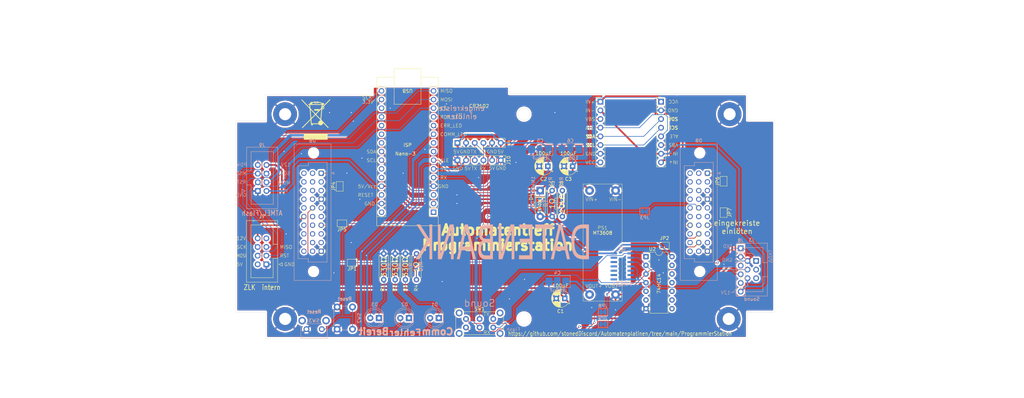
<source format=kicad_pcb>
(kicad_pcb (version 20241229) (generator "pcbnew") (generator_version "9.0")
  (layers (0 "F.Cu" signal) (2 "B.Cu" signal) (13 "F.Paste" user) (15 "B.Paste" user) (5 "F.SilkS" user "F.Silkscreen") (7 "B.SilkS" user "B.Silkscreen") (1 "F.Mask" user) (3 "B.Mask" user) (25 "Edge.Cuts" user))
  (net 0 "")
  (net 1 "GND")
  (net 2 "Net-(D1-K)")
  (net 3 "Net-(D2-K)")
  (net 4 "Net-(D3-K)")
  (net 5 "/SCK")
  (net 6 "/MOSI")
  (net 7 "+3.3V")
  (net 8 "Net-(D1-A)")
  (net 9 "+5VA")
  (net 10 "/MISO")
  (net 11 "Net-(D2-A)")
  (net 12 "/CS")
  (net 13 "RX")
  (net 14 "TX")
  (net 42 "Net-(J2B-Pin_b5)")
  (net 47 "RESET")
  (net 71 "Net-(D3-A)")
  (net 89 "+12V")
  (net 98 "SDA")
  (net 99 "SCL")
  (net 100 "ALE")
  (net 101 "+5V")
  (net 102 "Net-(J1A-Pin_a1)")
  (net 103 "/12V_SOUND")
  (net 104 "Net-(J1B-Pin_b5)")
  (net 105 "Net-(J2B-Pin_b9)")
  (net 106 "Net-(SW1B-C)")
  (net 107 "Net-(SW1A-C)")
  (net 108 "/DSP DATEN")
  (net 109 "/DSP REPLY")
  (net 112 "Net-(J1A-Pin_a7)")
  (net 113 "Net-(J2A-Pin_a1)")
  (net 114 "Net-(J2A-Pin_a7)")
  (net 115 "Net-(JP1-A)")
  (net 116 "Net-(JP2-B)")
  (net 117 "Net-(JP3-A)")
  (net 118 "Net-(JP4-A)")
  (net 119 "Net-(JP8-B)")
  (net 120 "Net-(JP9-B)")
  (footprint "MountingHole:MountingHole_3.5mm_Pad" (layer "F.Cu") (at 83.5 -30)
    (property "Reference" "H1" (hide yes))
    (property "Value" "MountingHole_Pad")
  )
  (footprint "Resistor_THT:R_Axial_DIN0207_L6.3mm_D2.5mm_P7.62mm_Horizontal" (layer "F.Cu") (at 161.75 0 90)
    (property "Reference" "R5")
    (property "Value" "1Ω")
  )
  (footprint "Jumper:SolderJumper-2_P1.3mm_Bridged_Pad1.0x1.5mm" (layer "F.Cu") (at 100.15 2 180)
    (property "Reference" "JP5")
    (property "Value" "Jumper_2_Bridged")
  )
  (footprint "Symbol:WEEE-Logo_8.4x12mm_SilkScreen" (layer "F.Cu") (at 92.5 -28.5)
    (property "Reference" "FID1" (hide yes))
    (property "Value" "Fiducial" (hide yes))
  )
  (footprint "Connector_IDC:IDC-Header_2x04_P2.54mm_Vertical" (layer "F.Cu") (at 78 14 180)
    (property "Reference" "J7")
    (property "Value" "ZLK  intern")
  )
  (footprint "Jumper:SolderJumper-2_P1.3mm_Bridged_Pad1.0x1.5mm" (layer "F.Cu") (at 212 -10.35 90)
    (property "Reference" "JP6")
    (property "Value" "Jumper_2_Bridged")
  )
  (footprint "Module:Arduino_Nano" (layer "F.Cu") (at 127 -1.27 180)
    (property "Reference" "Nano-3")
    (property "Value" "ISP")
  )
  (footprint "Resistor_THT:R_Axial_DIN0207_L6.3mm_D2.5mm_P7.62mm_Horizontal" (layer "F.Cu") (at 122 18.5 90)
    (property "Reference" "R4")
    (property "Value" "1Ω")
  )
  (footprint "Jumper:SolderJumper-2_P1.3mm_Bridged_Pad1.0x1.5mm" (layer "F.Cu") (at 194.65 8.5 180)
    (property "Reference" "JP2")
    (property "Value" "Jumper_2_Bridged")
  )
  (footprint "Diode_THT:D_DO-41_SOD81_P7.62mm_Horizontal" (layer "F.Cu") (at 158.25 -7.62 -90)
    (property "Reference" "D4")
    (property "Value" "1N4001")
  )
  (footprint "Modules:MT3608" (layer "F.Cu") (at 176.53 3.81)
    (property "Reference" "PS1")
    (property "Value" "MT3608")
  )
  (footprint "Jumper:SolderJumper-2_P1.3mm_Bridged_Pad1.0x1.5mm" (layer "F.Cu") (at 99.5 -8.85 90)
    (property "Reference" "JP4")
    (property "Value" "Jumper_2_Bridged")
  )
  (footprint "Button_Switch_THT:SW_E-Switch_EG2219_DPDT_Angled" (layer "F.Cu") (at 136.5 30)
    (property "Reference" "SW1")
    (property "Value" "Sound")
  )
  (footprint "Jumper:SolderJumper-2_P1.3mm_Bridged_Pad1.0x1.5mm" (layer "F.Cu") (at 212 -1.15 -90)
    (property "Reference" "JP7")
    (property "Value" "Jumper_2_Bridged")
  )
  (footprint "Package_DIP:DIP-14_W7.62mm" (layer "F.Cu") (at 189.25 11.75)
    (property "Reference" "U2")
    (property "Value" "74HC14")
  )
  (footprint "Connector_PinHeader_2.54mm:PinHeader_1x06_P2.54mm_Vertical" (layer "F.Cu") (at 133.985 -21.59 90)
    (property "Reference" "J4")
    (property "Value" "CP2102")
  )
  (footprint "Resistor_THT:R_Axial_DIN0207_L6.3mm_D2.5mm_P7.62mm_Horizontal" (layer "F.Cu") (at 112.395 18.5 90)
    (property "Reference" "R1")
    (property "Value" "330Ω")
  )
  (footprint "Connector_PinHeader_2.54mm:PinHeader_1x08_P2.54mm_Vertical" (layer "F.Cu") (at 193.675 -33.655)
    (property "Reference" "J6" (hide yes))
    (property "Value" "INA226")
  )
  (footprint "Resistor_THT:R_Axial_DIN0207_L6.3mm_D2.5mm_P7.62mm_Horizontal" (layer "F.Cu") (at 118.75 18.5 90)
    (property "Reference" "R3")
    (property "Value" "330Ω")
  )
  (footprint "Jumper:SolderJumper-2_P1.3mm_Bridged_Pad1.0x1.5mm" (layer "F.Cu") (at 103.15 13.5 180)
    (property "Reference" "JP1")
    (property "Value" "Jumper_2_Bridged")
  )
  (footprint "Resistor_THT:R_Axial_DIN0207_L6.3mm_D2.5mm_P7.62mm_Horizontal" (layer "F.Cu") (at 115.75 18.5 90)
    (property "Reference" "R2")
    (property "Value" "330Ω")
  )
  (footprint "Connector_PinHeader_2.54mm:PinHeader_1x06_P2.54mm_Vertical" (layer "F.Cu") (at 134 -16.5 90)
    (property "Reference" "J10")
    (property "Value" "CP2102")
  )
  (footprint "MountingHole:MountingHole_3.5mm_Pad" (layer "F.Cu") (at 213.75 -30)
    (property "Reference" "H2" (hide yes))
    (property "Value" "MountingHole_Pad")
  )
  (footprint "Capacitor_THT:CP_Radial_D5.0mm_P2.50mm" (layer "F.Cu") (at 160.5 -14.75 180)
    (property "Reference" "C2")
    (property "Value" "100µF")
  )
  (footprint "Resistor_THT:R_Axial_DIN0207_L6.3mm_D2.5mm_P7.62mm_Horizontal" (layer "F.Cu") (at 164.75 0 90)
    (property "Reference" "R6")
    (property "Value" "10kΩ")
  )
  (footprint "Capacitor_THT:CP_Radial_D5.0mm_P2.50mm" (layer "F.Cu") (at 165.4551 24 180)
    (property "Reference" "C1")
    (property "Value" "100µF")
  )
  (footprint "Connector_PinHeader_2.54mm:PinHeader_1x08_P2.54mm_Vertical" (layer "F.Cu") (at 175.895 -33.655)
    (property "Reference" "J5" (hide yes))
    (property "Value" "INA226")
  )
  (footprint "Capacitor_THT:CP_Radial_D5.0mm_P2.50mm" (layer "F.Cu") (at 167.75 -14.75 180)
    (property "Reference" "C3")
    (property "Value" "100µF")
  )
  (footprint "MountingHole:MountingHole_3.5mm_Pad" (layer "F.Cu") (at 213.5 30)
    (property "Reference" "H3" (hide yes))
    (property "Value" "MountingHole_Pad")
  )
  (footprint "MountingHole:MountingHole_3.5mm_Pad" (layer "F.Cu") (at 83.5 30)
    (property "Reference" "H4" (hide yes))
    (property "Value" "MountingHole_Pad")
  )
  (footprint "Button_Switch_THT:SW_Tactile_SKHH_Angled" (layer "B.Cu") (at 89.75 33)
    (property "Reference" "SW3")
    (property "Value" "Reset")
  )
  (footprint "Connector_DIN:DIN41612_C3_3x10_Female_Vertical_THT" (layer "B.Cu") (at 94.08 -12.7 180)
    (property "Reference" "J1" (hide yes))
    (property "Value" "DB")
  )
  (footprint "Capacitor_Tantalum_SMD:CP_EIA-6032-20_AVX-F" (layer "B.Cu") (at 163.2725 19.05 180)
    (property "Reference" "C4")
    (property "Value" "100µF")
  )
  (footprint "Jumper:SolderJumper-2_P1.3mm_Bridged_Pad1.0x1.5mm" (layer "B.Cu") (at 176.65 28 180)
    (property "Reference" "JP8")
    (property "Value" "Jumper_2_Bridged")
  )
  (footprint "Connector_IDC:IDC-Header_2x03_P2.54mm_Vertical" (layer "B.Cu") (at 221.54 13 180)
    (property "Reference" "J3")
    (property "Value" "Sound")
  )
  (footprint "Jumper:SolderJumper-2_P1.3mm_Bridged_Pad1.0x1.5mm" (layer "B.Cu") (at 188.85 -1.5)
    (property "Reference" "JP3")
    (property "Value" "Jumper_2_Bridged")
  )
  (footprint "Capacitor_Tantalum_SMD:CP_EIA-6032-20_AVX-F" (layer "B.Cu") (at 158.1925 -19.685 180)
    (property "Reference" "C5")
    (property "Value" "100µF")
  )
  (footprint "Resistor_SMD:R_0603_1608Metric" (layer "B.Cu") (at 161.29 -3.875 90)
    (property "Reference" "R11")
    (property "Value" "1Ω")
  )
  (footprint "Button_Switch_THT:SW_PUSH_6mm" (layer "B.Cu") (at 103.25 33 90)
    (property "Reference" "SW2")
    (property "Value" "Reset")
  )
  (footprint "Resistor_SMD:R_0603_1608Metric" (layer "B.Cu") (at 121.92 14.605 90)
    (property "Reference" "R10")
    (property "Value" "1Ω")
  )
  (footprint "Resistor_SMD:R_0603_1608Metric" (layer "B.Cu") (at 164.465 -3.875 90)
    (property "Reference" "R12")
    (property "Value" "10kΩ")
  )
  (footprint "Diode_SMD:D_SOD-123" (layer "B.Cu") (at 158.115 -3.555 -90)
    (property "Reference" "D5")
    (property "Value" "1N4001")
  )
  (footprint "Jumper:SolderJumper-2_P1.3mm_Bridged_Pad1.0x1.5mm" (layer "B.Cu") (at 176.65 31.5 180)
    (property "Reference" "JP9")
    (property "Value" "Jumper_2_Bridged")
  )
  (footprint "Package_SO:SO-14_3.9x8.65mm_P1.27mm" (layer "B.Cu") (at 182.31 14.605 180)
    (property "Reference" "U3")
    (property "Value" "74HC14")
  )
  (footprint "LED_THT:LED_D5.0mm" (layer "B.Cu") (at 119.79 29.75 180)
    (property "Reference" "D2")
    (property "Value" "Fehler")
  )
  (footprint "LED_THT:LED_D5.0mm" (layer "B.Cu") (at 111 29.75 180)
    (property "Reference" "D3")
    (property "Value" "Bereit")
  )
  (footprint "LED_THT:LED_D5.0mm" (layer "B.Cu") (at 128.54 29.75 180)
    (property "Reference" "D1")
    (property "Value" "Comm")
  )
  (footprint "Resistor_SMD:R_0603_1608Metric" (layer "B.Cu") (at 112.395 14.605 90)
    (property "Reference" "R9")
    (property "Value" "330Ω")
  )
  (footprint "Resistor_SMD:R_0603_1608Metric" (layer "B.Cu") (at 118.745 14.605 90)
    (property "Reference" "R7")
    (property "Value" "330Ω")
  )
  (footprint "Connector_DIN:DIN41612_C3_3x10_Female_Vertical_THT" (layer "B.Cu") (at 207.25 -12.7 180)
    (property "Reference" "J2")
    (property "Value" "DB")
  )
  (footprint "Capacitor_Tantalum_SMD:CP_EIA-6032-20_AVX-F" (layer "B.Cu") (at 167.0825 -19.685 180)
    (property "Reference" "C6")
    (property "Value" "100µF")
  )
  (footprint "Connector_IDC:IDC-Header_2x04_P2.54mm_Vertical" (layer "B.Cu") (at 75.5 -7.5)
    (property "Reference" "J9")
    (property "Value" "ATMEL/Flash")
  )
  (footprint "Resistor_SMD:R_0603_1608Metric" (layer "B.Cu") (at 115.57 14.605 90)
    (property "Reference" "R8")
    (property "Value" "330Ω")
  )
  (footprint "Connector_PinHeader_2.54mm:PinHeader_1x06_P2.54mm_Vertical" (layer "B.Cu") (at 217 9.3 180)
    (property "Reference" "J8")
    (property "Value" "Conn_01x06")
  )
  (gr_rect (start 170.815 -9.525) (end 182.245 24.765) (stroke (width 0.1)) (fill no) (layer "F.SilkS"))
  (gr_circle (center 207.264 -12.7) (end 208.264 -12.7) (stroke (width 0.1)) (fill no) (layer "F.SilkS"))
  (gr_circle (center 207.264 10.16) (end 208.264 10.16) (stroke (width 0.1)) (fill no) (layer "F.SilkS"))
  (gr_circle (center 89 0) (end 90 0) (stroke (width 0.1)) (fill no) (layer "F.SilkS"))
  (gr_circle (center 204.724 -2.54) (end 205.724 -2.54) (stroke (width 0.1)) (fill no) (layer "F.SilkS"))
  (gr_circle (center 202.184 2.54) (end 203.184 2.54) (stroke (width 0.1)) (fill no) (layer "F.SilkS"))
  (gr_line (start 109.22 -34.925) (end 109.855 -36.195) (stroke (width 0.1)) (layer "F.SilkS"))
  (gr_circle (center 204.724 7.62) (end 205.724 7.62) (stroke (width 0.1)) (fill no) (layer "F.SilkS"))
  (gr_circle (center 94.107 10.16) (end 95.107 10.16) (stroke (width 0.1)) (fill no) (layer "F.SilkS"))
  (gr_line (start 109.22 -33.655) (end 109.855 -34.29) (stroke (width 0.1)) (layer "F.SilkS"))
  (gr_circle (center 207.264 -5.08) (end 208.264 -5.08) (stroke (width 0.1)) (fill no) (layer "F.SilkS"))
  (gr_circle (center 204.724 5.08) (end 205.724 5.08) (stroke (width 0.1)) (fill no) (layer "F.SilkS"))
  (gr_circle (center 91.5 -2.5) (end 92.5 -2.5) (stroke (width 0.1)) (fill no) (layer "F.SilkS"))
  (gr_circle (center 94.107 2.54) (end 95.107 2.54) (stroke (width 0.1)) (fill no) (layer "F.SilkS"))
  (gr_circle (center 94.107 -12.7) (end 95.107 -12.7) (stroke (width 0.1)) (fill no) (layer "F.SilkS"))
  (gr_circle (center 94.107 -5.08) (end 95.107 -5.08) (stroke (width 0.1)) (fill no) (layer "F.SilkS"))
  (gr_circle (center 207.264 2.54) (end 208.264 2.54) (stroke (width 0.1)) (fill no) (layer "F.SilkS"))
  (gr_circle (center 127 -24.13) (end 128.25 -24.13) (stroke (width 0.1)) (fill no) (layer "B.SilkS"))
  (gr_circle (center 127 -16.51) (end 128.25 -16.51) (stroke (width 0.1)) (fill no) (layer "B.SilkS"))
  (gr_circle (center 127 -13.97) (end 128.25 -13.97) (stroke (width 0.1)) (fill no) (layer "B.SilkS"))
  (gr_line (start 215.265 8.89) (end 214.63 8.89) (stroke (width 0.1)) (layer "B.SilkS"))
  (gr_circle (center 111.76 -3.81) (end 113.01 -3.81) (stroke (width 0.1)) (fill no) (layer "B.SilkS"))
  (gr_circle (center 111.76 -6.35) (end 113.01 -6.35) (stroke (width 0.1)) (fill no) (layer "B.SilkS"))
  (gr_line (start 215.9 20.955) (end 214.63 22.225) (stroke (width 0.1)) (layer "B.SilkS"))
  (gr_line (start 215.265 12.7) (end 215.9 12.065) (stroke (width 0.1)) (layer "B.SilkS"))
  (gr_circle (center 127 -8.89) (end 128.25 -8.89) (stroke (width 0.1)) (fill no) (layer "B.SilkS"))
  (gr_line (start 213.995 22.225) (end 215.265 22.225) (stroke (width 0.1)) (layer "B.SilkS"))
  (gr_line (start 220.345 10.795) (end 216.535 10.795) (stroke (width 0.1)) (layer "B.SilkS"))
  (gr_line (start 221.615 12.065) (end 220.345 10.795) (stroke (width 0.1)) (layer "B.SilkS"))
  (gr_circle (center 111.76 -8.89) (end 113.01 -8.89) (stroke (width 0.1)) (fill no) (layer "B.SilkS"))
  (gr_line (start 217.805 15.54) (end 214.63 15.54) (stroke (width 0.1)) (layer "B.SilkS"))
  (gr_circle (center 111.76 -36.83) (end 113.01 -36.83) (stroke (width 0.1)) (fill no) (layer "B.SilkS"))
  (gr_circle (center 127 -31.75) (end 128.25 -31.75) (stroke (width 0.1)) (fill no) (layer "B.SilkS"))
  (gr_circle (center 127 -34.29) (end 128.25 -34.29) (stroke (width 0.1)) (fill no) (layer "B.SilkS"))
  (gr_circle (center 127 -11.43) (end 128.25 -11.43) (stroke (width 0.1)) (fill no) (layer "B.SilkS"))
  (gr_line (start 216.535 10.795) (end 214.63 9.525) (stroke (width 0.1)) (layer "B.SilkS"))
  (gr_line (start 214.63 15.875) (end 215.265 16.51) (stroke (width 0.1)) (layer "B.SilkS"))
  (gr_circle (center 127 -26.67) (end 128.25 -26.67) (stroke (width 0.1)) (fill no) (layer "B.SilkS"))
  (gr_line (start 217.805 20.955) (end 215.9 20.955) (stroke (width 0.1)) (layer "B.SilkS"))
  (gr_circle (center 111.76 -34.29) (end 113.01 -34.29) (stroke (width 0.1)) (fill no) (layer "B.SilkS"))
  (gr_circle (center 127 -29.21) (end 128.25 -29.21) (stroke (width 0.1)) (fill no) (layer "B.SilkS"))
  (gr_circle (center 111.76 -16.51) (end 113.01 -16.51) (stroke (width 0.1)) (fill no) (layer "B.SilkS"))
  (gr_line (start 217.805 13.335) (end 215.265 13.335) (stroke (width 0.1)) (layer "B.SilkS"))
  (gr_circle (center 111.76 -19.05) (end 113.01 -19.05) (stroke (width 0.1)) (fill no) (layer "B.SilkS"))
  (gr_line (start 219.075 19.685) (end 219.075 20.32) (stroke (width 0.1)) (layer "B.SilkS"))
  (gr_circle (center 127 -36.83) (end 128.25 -36.83) (stroke (width 0.1)) (fill no) (layer "B.SilkS"))
  (gr_line (start 219.075 20.32) (end 217.805 20.955) (stroke (width 0.1)) (layer "B.SilkS"))
  (gr_circle (center 83.5 30) (end 85.278 30) (stroke (width 0.05)) (fill no) (layer "Edge.Cuts"))
  (gr_circle (center 213.75 -30) (end 215.528 -30) (stroke (width 0.05)) (fill no) (layer "Edge.Cuts"))
  (gr_circle (center 153.5 30) (end 155.278 30) (stroke (width 0.05)) (fill no) (layer "Edge.Cuts"))
  (gr_circle (center 153.5 -30) (end 155.278 -30) (stroke (width 0.05)) (fill no) (layer "Edge.Cuts"))
  (gr_circle (center 83.5 -30) (end 85.278 -30) (stroke (width 0.05)) (fill no) (layer "Edge.Cuts"))
  (gr_circle (center 213.5 30) (end 215.278 30) (stroke (width 0.05)) (fill no) (layer "Edge.Cuts"))
  (gr_poly (pts (xy 77.75 -35.75) (xy 108.997703 -35.75) (xy 109 -38.25) (xy 149.25 -38.25) (xy 149.25 -36) (xy 219 -36) (xy 219 -28.25) (xy 227 -28.25) (xy 227 28) (xy 219 28) (xy 219 35.75) (xy 77.75 35.75) (xy 77.75 28) (xy 69 28) (xy 69 -28) (xy 77.75 -28)) (stroke (width 0.05)) (fill no) (layer "Edge.Cuts"))
  (gr_text "MOSI" (at 128.905 -33.655 0) (layer "F.SilkS") (effects (font (size 1 1) (thickness 0.1)) (justify left bottom)))
  (gr_text "ALE" (at 128.905 -15.875 0) (layer "F.SilkS") (effects (font (size 1 1) (thickness 0.1)) (justify left bottom)))
  (gr_text "GND" (at 83.185 14.605 0) (layer "F.SilkS") (effects (font (size 1 1) (thickness 0.1)) (justify left bottom)))
  (gr_text "SCL" (at 171.45 -20.32 0) (layer "F.SilkS") (effects (font (size 1 1) (thickness 0.2) (bold yes)) (justify left bottom)))
  (gr_text "VIN-" (at 178.435 -4.445 0) (layer "F.SilkS") (effects (font (size 1 1) (thickness 0.1)) (justify left bottom)))
  (gr_text "SDA" (at 171.45 -22.86 0) (layer "F.SilkS") (effects (font (size 1 1) (thickness 0.2) (bold yes)) (justify left bottom)))
  (gr_text "eingekreiste\n  einlöten" (at 209.042 5.207 -0) (layer "F.SilkS") (effects (font (size 1.5 1.5) (thickness 0.2)) (justify left bottom)))
  (gr_text "IN+" (at 171.45 -33.02 0) (layer "F.SilkS") (effects (font (size 1 1) (thickness 0.1)) (justify left bottom)))
  (gr_text "COMM_LED" (at 128.905 -23.495 0) (layer "F.SilkS") (effects (font (size 1 1) (thickness 0.1)) (justify left bottom)))
  (gr_text "5V/Vcc" (at 104.775 -8.255 0) (layer "F.SilkS") (effects (font (size 1 1) (thickness 0.1)) (justify left bottom)))
  (gr_text "RX" (at 128.905 -10.795 0) (layer "F.SilkS") (effects (font (size 1 1) (thickness 0.1)) (justify left bottom)))
  (gr_text "VCC" (at 198.755 -34.29 180) (layer "F.SilkS") (effects (font (size 1 1) (thickness 0.1)) (justify left bottom)))
  (gr_text "TX" (at 137.795 -18.415 0) (layer "F.SilkS") (effects (font (size 1 1) (thickness 0.1)) (justify left bottom)))
  (gr_text "12V" (at 69.215 6.985 0) (layer "F.SilkS") (effects (font (size 1 1) (thickness 0.1)) (justify left bottom)))
  (gr_text "RX" (at 140.335 -18.415 0) (layer "F.SilkS") (effects (font (size 1 1) (thickness 0.1)) (justify left bottom)))
  (gr_text "IN+" (at 198.755 -16.51 180) (layer "F.SilkS") (effects (font (size 1 1) (thickness 0.1)) (justify left bottom)))
  (gr_text "GND" (at 198.755 -31.75 180) (layer "F.SilkS") (effects (font (size 1 1) (thickness 0.1)) (justify left bottom)))
  (gr_text "TX" (at 141.605 29.21 0) (layer "F.SilkS") (effects (font (size 1 1) (thickness 0.1)) (justify left bottom)))
  (gr_text "RST" (at 81.915 12.065 0) (layer "F.SilkS") (effects (font (size 1 1) (thickness 0.1)) (justify left bottom)))
  (gr_text "GND" (at 142.494 -18.415 0) (layer "F.SilkS") (effects (font (size 1 1) (thickness 0.1)) (justify left bottom)))
  (gr_text "MISO" (at 81.915 9.525 0) (layer "F.SilkS") (effects (font (size 1 1) (thickness 0.1)) (justify left bottom)))
  (gr_text "SCK" (at 106.045 -34.29 0) (layer "F.SilkS") (effects (font (size 1 1) (thickness 0.1)) (justify left bottom)))
  (gr_text "IN-" (at 171.45 -30.48 0) (layer "F.SilkS") (effects (font (size 1 1) (thickness 0.1)) (justify left bottom)))
  (gr_text "RX" (at 140.35 -13.5 0) (layer "F.SilkS") (effects (font (size 1 1) (thickness 0.1)) (justify left bottom)))
  (gr_text "RDY_LED" (at 128.905 -28.575 0) (layer "F.SilkS") (effects (font (size 1 1) (thickness 0.1)) (justify left bottom)))
  (gr_text "MOSI" (at 69.215 12.065 0) (layer "F.SilkS") (effects (font (size 1 0.8) (thickness 0.1)) (justify left bottom)))
  (gr_text "GND" (at 128.27 -8.255 0) (layer "F.SilkS") (effects (font (size 1 1) (thickness 0.1)) (justify left bottom)))
  (gr_text "5V" (at 69.215 14.605 0) (layer "F.SilkS") (effects (font (size 1 1) (thickness 0.1)) (justify left bottom)))
  (gr_text "3.3V" (at 106.045 -33.02 0) (layer "F.SilkS") (effects (font (size 1 1) (thickness 0.1)) (justify left bottom)))
  (gr_text "VOUT+" (at 171.45 20.955 0) (layer "F.SilkS") (effects (font (size 1 1) (thickness 0.1)) (justify left bottom)))
  (gr_text "SDA" (at 107.315 -18.415 0) (layer "F.SilkS") (effects (font (size 1 1) (thickness 0.1)) (justify left bottom)))
  (gr_text "VBS" (at 198.755 -21.59 180) (layer "F.SilkS") (effects (font (size 1 1) (thickness 0.1)) (justify left bottom)))
  (gr_text "Automatentreff" (at 128.905 5.715 0) (layer "F.SilkS") (effects (font (size 3 3) (thickness 0.75) (bold yes)) (justify left bottom)))
  (gr_text "SCK" (at 69.215 9.525 0) (layer "F.SilkS") (effects (font (size 1 1) (thickness 0.1)) (justify left bottom)))
  (gr_text "VCC" (at 171.45 -15.24 0) (layer "F.SilkS") (effects (font (size 1 1) (thickness 0.1)) (justify left bottom)))
  (gr_text "SCL" (at 107.315 -15.875 0) (layer "F.SilkS") (effects (font (size 1 1) (thickness 0.1)) (justify left bottom)))
  (gr_text "5V" (at 132.715 -18.415 0) (layer "F.SilkS") (effects (font (size 1 1) (thickness 0.1)) (justify left bottom)))
  (gr_text "VOUT-" (at 177.165 20.955 0) (layer "F.SilkS") (effects (font (size 1 1) (thickness 0.1)) (justify left bottom)))
  (gr_text "RX" (at 141.605 34.6 0) (layer "F.SilkS") (effects (font (size 1 1) (thickness 0.1)) (justify left bottom)))
  (gr_text "ALE" (at 171.45 -25.4 0) (layer "F.SilkS") (effects (font (size 1 1) (thickness 0.1)) (justify left bottom)))
  (gr_text "SDA" (at 198.755 -29.21 180) (layer "F.SilkS") (effects (font (size 1 1) (thickness 0.2) (bold yes)) (justify left bottom)))
  (gr_text "VBS" (at 171.45 -27.94 0) (layer "F.SilkS") (effects (font (size 1 1) (thickness 0.1)) (justify left bottom)))
  (gr_text "GND" (at 171.45 -17.78 0) (layer "F.SilkS") (effects (font (size 1 1) (thickness 0.1)) (justify left bottom)))
  (gr_text "GND" (at 145.161 -13.589 0) (layer "F.SilkS") (effects (font (size 1 1) (thickness 0.1)) (justify left bottom)))
  (gr_text "5V" (at 128.905 -13.335 0) (layer "F.SilkS") (effects (font (size 1 1) (thickness 0.1)) (justify left bottom)))
  (gr_text "5V" (at 136 -13.5 0) (layer "F.SilkS") (effects (font (size 1 1) (thickness 0.1)) (justify left bottom)))
  (gr_text "SCL" (at 198.755 -26.67 180) (layer "F.SilkS") (effects (font (size 1 1) (thickness 0.2) (bold yes)) (justify left bottom)))
  (gr_text "MISO" (at 128.905 -36.195 0) (layer "F.SilkS") (effects (font (size 1 1) (thickness 0.1)) (justify left bottom)))
  (gr_text "IN-" (at 198.755 -19.05 180) (layer "F.SilkS") (effects (font (size 1 1) (thickness 0.1)) (justify left bottom)))
  (gr_text "ALE" (at 198.755 -24.13 180) (layer "F.SilkS") (effects (font (size 1 1) (thickness 0.1)) (justify left bottom)))
  (gr_text "GND" (at 132.5 -13.5 0) (layer "F.SilkS") (effects (font (size 1 1) (thickness 0.1)) (justify left bottom)))
  (gr_text "RESET" (at 104.775 -5.715 0) (layer "F.SilkS") (effects (font (size 1 1) (thickness 0.1)) (justify left bottom)))
  (gr_text "5V" (at 143.129 -13.589 0) (layer "F.SilkS") (effects (font (size 1 1) (thickness 0.1)) (justify left bottom)))
  (gr_text "ERR_LED" (at 128.905 -26.035 0) (layer "F.SilkS") (effects (font (size 1 1) (thickness 0.1)) (justify left bottom)))
  (gr_text "CS" (at 128.905 -31.115 0) (layer "F.SilkS") (effects (font (size 1 1) (thickness 0.1)) (justify left bottom)))
  (gr_text "5V" (at 145.669 -18.415 0) (layer "F.SilkS") (effects (font (size 1 1) (thickness 0.1)) (justify left bottom)))
  (gr_text "GND" (at 134.62 -18.415 0) (layer "F.SilkS") (effects (font (size 1 1) (thickness 0.1)) (justify left bottom)))
  (gr_text "TX" (at 138 -13.5 0) (layer "F.SilkS") (effects (font (size 1 1) (thickness 0.1)) (justify left bottom)))
  (gr_text "https://github.com/stonedDiscord/Automatenplatinen/tree/main/ProgrammierStation" (at 148.75 35 0) (layer "F.SilkS") (effects (font (size 1.2 1)) (justify left bottom)))
  (gr_text "Programmierstation" (at 123.19 10.16 0) (layer "F.SilkS") (effects (font (size 3 3) (thickness 0.75) (bold yes)) (justify left bottom)))
  (gr_text "VIN+" (at 171.45 -4.445 0) (layer "F.SilkS") (effects (font (size 1 1) (thickness 0.1)) (justify left bottom)))
  (gr_text "GND" (at 106.68 -3.175 0) (layer "F.SilkS") (effects (font (size 1 1) (thickness 0.1)) (justify left bottom)))
  (gr_text "PD4" (at 72.39 -14.605 0) (layer "B.SilkS") (effects (font (size 1 1) (thickness 0.1)) (justify left bottom mirror)))
  (gr_text "MISO" (at 72.136 -12.065 0) (layer "B.SilkS") (effects (font (size 1 0.8) (thickness 0.1)) (justify left bottom mirror)))
  (gr_text "TXD" (at 226.314 9.652 90) (layer "B.SilkS") (effects (font (size 1 1) (thickness 0.1)) (justify left bottom mirror)))
  (gr_text "eingekreiste\n  einlöten" (at 142.113 -28.448 0) (layer "B.SilkS") (effects (font (size 1.5 1.5) (thickness 0.2)) (justify left bottom mirror)))
  (gr_text "12V" (at 213.995 22.86 0) (layer "B.SilkS") (effects (font (size 1 1) (thickness 0.1)) (justify left bottom mirror)))
  (gr_text "RST" (at 72.136 -9.525 0) (layer "B.SilkS") (effects (font (size 1 1) (thickness 0.1)) (justify left bottom mirror)))
  (gr_text "SCK" (at 85.09 -12.065 0) (layer "B.SilkS") (effects (font (size 1 1) (thickness 0.1)) (justify left bottom mirror)))
  (gr_text "Vcc" (at 84.455 -6.985 0) (layer "B.SilkS") (effects (font (size 1 1) (thickness 0.1)) (justify left bottom mirror)))
  (gr_text "MOSI" (at 85.09 -9.26 0) (layer "B.SilkS") (effects (font (size 1 1) (thickness 0.1)) (justify left bottom mirror)))
  (gr_text "Flash" (at 152.4 33.655 0) (layer "B.SilkS") (effects (font (size 1 1) (thickness 0.1)) (justify left bottom mirror)))
  (gr_text "12V" (at 85.09 -14.605 0) (layer "B.SilkS") (effects (font (size 1 1) (thickness 0.1)) (justify left bottom mirror)))
  (gr_text "GND" (at 214.63 13.335 0) (layer "B.SilkS") (effects (font (size 1 1) (thickness 0.1)) (justify left bottom mirror)))
  (gr_text "TXD" (at 214.63 9.3 0) (layer "B.SilkS") (effects (font (size 1 1) (thickness 0.1)) (justify left bottom mirror)))
  (gr_text "DATENBANK" (at 173.355 14.221102 0) (layer "B.SilkS") (effects (font (size 10 6) (thickness 0.1)) (justify left bottom mirror)))
  (gr_text "RXD" (at 214.63 15.875 0) (layer "B.SilkS") (effects (font (size 1 1) (thickness 0.1)) (justify left bottom mirror)))
  (gr_text "GND" (at 72.21 -5.715 0) (layer "B.SilkS") (effects (font (size 1 1) (thickness 0.1)) (justify left bottom mirror)))
  (segment (start 129.54 -13.208) (end 129.54 -12.7) (width 0.2) (layer "F.Cu") (net 1))
  (segment (start 131.064 -22.86) (end 131.064 -20.32) (width 0.2) (layer "F.Cu") (net 1))
  (segment (start 113.792 -10.16) (end 110.236 -10.16) (width 0.2) (layer "F.Cu") (net 1))
  (segment (start 185.12 22.86) (end 189.25 26.99) (width 0.5) (layer "F.Cu") (net 1))
  (segment (start 130.81 -33.02) (end 128.27 -35.56) (width 0.2) (layer "F.Cu") (net 1))
  (segment (start 124.46 -12.7) (end 129.54 -12.7) (width 0.2) (layer "F.Cu") (net 1))
  (segment (start 76.708 5.08) (end 77.47 4.318) (width 0.2) (layer "F.Cu") (net 1))
  (segment (start 130.81 -33.02) (end 115.57 -33.02) (width 0.2) (layer "F.Cu") (net 1))
  (segment (start 118.11 -19.05) (end 118.11 -15.24) (width 0.2) (layer "F.Cu") (net 1))
  (segment (start 76.708 -17.526) (end 76.708 -8.708) (width 0.2) (layer "F.Cu") (net 1))
  (segment (start 109.22 -20.32) (end 106.045 -17.145) (width 0.2) (layer "F.Cu") (net 1))
  (segment (start 127.508 -30.48) (end 131.064 -26.924) (width 0.2) (layer "F.Cu") (net 1))
  (segment (start 109.982 -35.56) (end 113.03 -35.56) (width 0.2) (layer "F.Cu") (net 1))
  (segment (start 121.285 -22.86) (end 121.0945 -23.0505) (width 0.2) (layer "F.Cu") (net 1))
  (segment (start 113.03 -35.56) (end 115.57 -33.02) (width 0.2) (layer "F.Cu") (net 1))
  (segment (start 114.3 -22.86) (end 118.11 -19.05) (width 0.2) (layer "F.Cu") (net 1))
  (segment (start 131.064 -26.924) (end 131.064 -32.766) (width 0.2) (layer "F.Cu") (net 1))
  (segment (start 102.87 -30.48) (end 104.902 -30.48) (width 0.2) (layer "F.Cu") (net 1))
  (segment (start 143 -15.25) (end 142.25 -14.5) (width 0.2) (layer "F.Cu") (net 1))
  (segment (start 125.095 -20.32) (end 131.064 -20.32) (width 0.2) (layer "F.Cu") (net 1))
  (segment (start 137.75 -18.75) (end 137.75 -14.75) (width 0.2) (layer "F.Cu") (net 1))
  (segment (start 130.302 -25.4) (end 132.08 -23.622) (width 0.2) (layer "F.Cu") (net 1))
  (segment (start 131.064 -20.32) (end 131.064 -19.436) (width 0.2) (layer "F.Cu") (net 1))
  (segment (start 136.525 -21.59) (end 136.525 -19.975) (width 0.2) (layer "F.Cu") (net 1))
  (segment (start 135.89 -23.622) (end 136.525 -22.987) (width 0.2) (layer "F.Cu") (net 1))
  (segment (start 180.34 22.86) (end 185.12 22.86) (width 0.5) (layer "F.Cu") (net 1))
  (segment (start 115.824 -27.94) (end 127.762 -27.94) (width 0.2) (layer "F.Cu") (net 1))
  (segment (start 117.348 -6.604) (end 113.792 -10.16) (width 0.2) (layer "F.Cu") (net 1))
  (segment (start 143 -20.445) (end 143 -15.25) (width 0.2) (layer "F.Cu") (net 1))
  (segment (start 124.46 -12.7) (end 124.46 -11.43) (width 0.2) (layer "F.Cu") (net 1))
  (segment (start 113.03 -30.48) (end 127.508 -30.48) (width 0.2) (layer "F.Cu") (net 1))
  (segment (start 124.46 -11.43) (end 127 -8.89) (width 0.2) (layer "F.Cu") (net 1))
  (segment (start 104.902 -30.48) (end 109.982 -35.56) (width 0.2) (layer "F.Cu") (net 1))
  (segment (start 130.302 -17.78) (end 125.222 -17.78) (width 0.2) (layer "F.Cu") (net 1))
  (segment (start 118.11 -15.24) (end 118.11 -12.7) (width 0.2) (layer "F.Cu") (net 1))
  (segment (start 110.998 -30.48) (end 108.458 -27.94) (width 0.2) (layer "F.Cu") (net 1))
  (segment (start 76.708 -8.708) (end 75.5 -7.5) (width 0.2) (layer "F.Cu") (net 1))
  (segment (start 77.47 4.318) (end 83.058 4.318) (width 0.2) (layer "F.Cu") (net 1))
  (segment (start 131.582 -16.5) (end 130.302 -17.78) (width 0.2) (layer "F.Cu") (net 1))
  (segment (start 120.142 -3.81) (end 117.348 -6.604) (width 0.2) (layer "F.Cu") (net 1))
  (segment (start 142.24 -10.16) (end 146.7 -14.62) (width 0.2) (layer "F.Cu") (net 1))
  (segment (start 219 13) (end 217.84 11.84) (width 0.2) (layer "F.Cu") (net 1))
  (segment (start 127.508 -15.24) (end 129.54 -13.208) (width 0.2) (layer "F.Cu") (net 1))
  (segment (start 134 -16.5) (end 131.582 -16.5) (width 0.2) (layer "F.Cu") (net 1))
  (segment (start 118.8085 -25.3365) (end 121.0945 -23.0505) (width 0.2) (layer "F.Cu") (net 1))
  (segment (start 106.045 -17.145) (end 106.045 -20.447) (width 0.2) (layer "F.Cu") (net 1))
  (segment (start 83.058 4.318) (end 83.82 5.08) (width 0.2) (layer "F.Cu") (net 1))
  (segment (start 124.46 -19.685) (end 125.095 -20.32) (width 0.2) (layer "F.Cu") (net 1))
  (segment (start 123.825 -20.32) (end 109.22 -20.32) (width 0.2) (layer "F.Cu") (net 1))
  (segment (start 121.0945 -23.0505) (end 123.825 -20.32) (width 0.2) (layer "F.Cu") (net 1))
  (segment (start 124.46 -17.018) (end 124.46 -12.7) (width 0.2) (layer "F.Cu") (net 1))
  (segment (start 124.46 -3.81) (end 120.142 -3.81) (width 0.2) (layer "F.Cu") (net 1))
  (segment (start 137.75 -14.75) (end 138 -14.5) (width 0.2) (layer "F.Cu") (net 1))
  (segment (start 138 -14.5) (end 136 -14.5) (width 0.2) (layer "F.Cu") (net 1))
  (segment (start 124.46 -19.685) (end 123.825 -20.32) (width 0.2) (layer "F.Cu") (net 1))
  (segment (start 113.03 -30.48) (end 110.998 -30.48) (width 0.2) (layer "F.Cu") (net 1))
  (segment (start 118.745 -25.4) (end 118.8085 -25.3365) (width 0.2) (layer "F.Cu") (net 1))
  (segment (start 125.222 -17.78) (end 124.46 -17.018) (width 0.2) (layer "F.Cu") (net 1))
  (segment (start 129.54 -12.7) (end 132.08 -10.16) (width 0.2) (layer "F.Cu") (net 1))
  (segment (start 132.08 -10.16) (end 142.24 -10.16) (width 0.2) (layer "F.Cu") (net 1))
  (segment (start 131.064 -22.86) (end 121.285 -22.86) (width 0.2) (layer "F.Cu") (net 1))
  (segment (start 76.708 11.43) (end 76.708 5.08) (width 0.2) (layer "F.Cu") (net 1))
  (segment (start 144.145 -21.59) (end 143 -20.445) (width 0.2) (layer "F.Cu") (net 1))
  (segment (start 136.525 -22.987) (end 136.525 -21.59) (width 0.2) (layer "F.Cu") (net 1))
  (segment (start 108.458 -22.86) (end 114.3 -22.86) (width 0.2) (layer "F.Cu") (net 1))
  (segment (start 106.045 -20.447) (end 108.458 -22.86) (width 0.2) (layer "F.Cu") (net 1))
  (segment (start 108.458 -27.94) (end 115.824 -27.94) (width 0.2) (layer "F.Cu") (net 1))
  (segment (start 118.11 -25.4) (end 118.745 -25.4) (width 0.2) (layer "F.Cu") (net 1))
  (segment (start 131.064 -19.436) (end 134 -16.5) (width 0.2) (layer "F.Cu") (net 1))
  (segment (start 108.458 -27.94) (end 106.045 -25.527) (width 0.2) (layer "F.Cu") (net 1))
  (segment (start 115.57 -33.02) (end 114.3 -31.75) (width 0.2) (layer "F.Cu") (net 1))
  (segment (start 132.08 -23.622) (end 135.89 -23.622) (width 0.2) (layer "F.Cu") (net 1))
  (segment (start 180.34 22.86) (end 180.34 27.305) (width 0.5) (layer "F.Cu") (net 1))
  (segment (start 78 14) (end 76.708 12.708) (width 0.2) (layer "F.Cu") (net 1))
  (segment (start 136.525 -19.975) (end 137.75 -18.75) (width 0.2) (layer "F.Cu") (net 1))
  (segment (start 106.045 -25.527) (end 106.045 -25.4) (width 0.2) (layer "F.Cu") (net 1))
  (segment (start 217.84 11.84) (end 217 11.84) (width 0.2) (layer "F.Cu") (net 1))
  (segment (start 114.3 -31.75) (end 113.03 -30.48) (width 0.2) (layer "F.Cu") (net 1))
  (segment (start 136 -14.5) (end 134 -16.5) (width 0.2) (layer "F.Cu") (net 1))
  (segment (start 116.205 -27.94) (end 118.8085 -25.3365) (width 0.2) (layer "F.Cu") (net 1))
  (segment (start 115.824 -27.94) (end 116.205 -27.94) (width 0.2) (layer "F.Cu") (net 1))
  (segment (start 142.25 -14.5) (end 138 -14.5) (width 0.2) (layer "F.Cu") (net 1))
  (segment (start 76.708 12.708) (end 76.708 11.43) (width 0.2) (layer "F.Cu") (net 1))
  (segment (start 106.045 -25.4) (end 118.11 -25.4) (width 0.2) (layer "F.Cu") (net 1))
  (segment (start 127.762 -27.94) (end 130.302 -25.4) (width 0.2) (layer "F.Cu") (net 1))
  (segment (start 128.27 -35.56) (end 113.03 -35.56) (width 0.2) (layer "F.Cu") (net 1))
  (segment (start 131.064 -26.924) (end 131.064 -22.86) (width 0.2) (layer "F.Cu") (net 1))
  (segment (start 106.045 -25.4) (end 106.045 -20.447) (width 0.2) (layer "F.Cu") (net 1))
  (segment (start 78.232 -19.05) (end 76.708 -17.526) (width 0.2) (layer "F.Cu") (net 1))
  (segment (start 118.11 -15.24) (end 127.508 -15.24) (width 0.2) (layer "F.Cu") (net 1))
  (segment (start 146.7 -14.62) (end 146.7 -16.5) (width 0.2) (layer "F.Cu") (net 1))
  (segment (start 131.064 -32.766) (end 130.81 -33.02) (width 0.2) (layer "F.Cu") (net 1))
  (segment (start 83.185 -19.05) (end 78.232 -19.05) (width 0.2) (layer "F.Cu") (net 1))
  (segment (start 118.11 -25.4) (end 130.302 -25.4) (width 0.2) (layer "F.Cu") (net 1))
  (via (at 97.79 16.51) (size 0.6) (drill 0.3) (layers "F.Cu" "B.Cu") (net 1))
  (via (at 162.56 -30.48) (size 0.6) (drill 0.3) (layers "F.Cu" "B.Cu") (net 1))
  (via (at 180.34 27.305) (size 0.6) (drill 0.3) (layers "F.Cu" "B.Cu") (net 1))
  (via (at 118.11 -12.7) (size 0.6) (drill 0.3) (layers "F.Cu" "B.Cu") (net 1))
  (via (at 107.315 11.43) (size 0.6) (drill 0.3) (layers "F.Cu" "B.Cu") (net 1))
  (via (at 83.82 5.08) (size 0.6) (drill 0.3) (layers "F.Cu" "B.Cu") (net 1))
  (via (at 158.115 -19.05) (size 0.6) (drill 0.3) (layers "F.Cu" "B.Cu") (net 1))
  (via (at 151.13 -15.875) (size 0.6) (drill 0.3) (layers "F.Cu" "B.Cu") (net 1))
  (via (at 149.225 24.13) (size 0.6) (drill 0.3) (layers "F.Cu" "B.Cu") (net 1))
  (via (at 83.185 -19.05) (size 0.6) (drill 0.3) (layers "F.Cu" "B.Cu") (net 1))
  (via (at 153.67 18.415) (size 0.6) (drill 0.3) (layers "F.Cu" "B.Cu") (net 1))
  (via (at 105.41 -5.08) (size 0.6) (drill 0.3) (layers "F.Cu" "B.Cu") (net 1))
  (via (at 74.295 1.27) (size 0.6) (drill 0.3) (layers "F.Cu" "B.Cu") (net 1))
  (via (at 102.87 -30.48) (size 0.6) (drill 0.3) (layers "F.Cu" "B.Cu") (net 1))
  (via (at 212.09 13.97) (size 0.6) (drill 0.3) (layers "F.Cu" "B.Cu") (net 1))
  (via (at 106.045 10.16) (size 0.6) (drill 0.3) (layers "F.Cu" "B.Cu") (net 1))
  (via (at 114.3 -31.75) (size 0.6) (drill 0.3) (layers "F.Cu" "B.Cu") (net 1))
  (via (at 130.81 -33.02) (size 0.6) (drill 0.3) (layers "F.Cu" "B.Cu") (net 1))
  (via (at 124.46 -6.35) (size 0.6) (drill 0.3) (layers "F.Cu" "B.Cu") (net 1))
  (via (at 133.858 -6.35) (size 0.6) (drill 0.3) (layers "F.Cu" "B.Cu") (net 1))
  (via (at 194.31 16.51) (size 0.6) (drill 0.3) (layers "F.Cu" "B.Cu") (net 1))
  (via (at 186.5 18.25) (size 0.6) (drill 0.3) (layers "F.Cu" "B.Cu") (net 1))
  (via (at 124.46 -3.81) (size 0.6) (drill 0.3) (layers "F.Cu" "B.Cu") (net 1))
  (via (at 124.46 -19.685) (size 0.6) (drill 0.3) (layers "F.Cu" "B.Cu") (net 1))
  (via (at 103.505 -27.94) (size 0.6) (drill 0.3) (layers "F.Cu" "B.Cu") (net 1))
  (via (at 133.858 -3.81) (size 0.6) (drill 0.3) (layers "F.Cu" "B.Cu") (net 1))
  (via (at 106.045 -17.145) (size 0.6) (drill 0.3) (layers "F.Cu" "B.Cu") (net 1))
  (via (at 140.208 -11.43) (size 0.6) (drill 0.3) (layers "F.Cu" "B.Cu") (net 1))
  (via (at 102.87 7.62) (size 0.6) (drill 0.3) (layers "F.Cu" "B.Cu") (net 1))
  (via (at 139.7 6.35) (size 0.6) (drill 0.3) (layers "F.Cu" "B.Cu") (net 1))
  (via (at 129.54 19.05) (size 0.6) (drill 0.3) (layers "F.Cu" "B.Cu") (net 1))
  (via (at 101.6 -12.7) (size 0.6) (drill 0.3) (layers "F.Cu" "B.Cu") (net 1))
  (via (at 96.52 -30.48) (size 0.6) (drill 0.3) (layers "F.Cu" "B.Cu") (net 1))
  (via (at 88.265 -18.415) (size 0.6) (drill 0.3) (layers "F.Cu" "B.Cu") (net 1))
  (via (at 173.355 26.67) (size 0.6) (drill 0.3) (layers "F.Cu" "B.Cu") (net 1))
  (via (at 193.04 12.7) (size 0.6) (drill 0.3) (layers "F.Cu" "B.Cu") (net 1))
  (segment (start 213.06 13) (end 212.09 13.97) (width 0.2) (layer "B.Cu") (net 1))
  (segment (start 219 13) (end 213.06 13) (width 0.2) (layer "B.Cu") (net 1))
  (segment (start 112.395 13.78) (end 112.395 10.88) (width 0.2) (layer "B.Cu") (net 1))
  (segment (start 118.745 13.78) (end 118.745 10.885) (width 0.2) (layer "B.Cu") (net 1))
  (segment (start 118.745 10.885) (end 118.75 10.88) (width 0.2) (layer "B.Cu") (net 1))
  (segment (start 115.57 11.06) (end 115.75 10.88) (width 0.2) (layer "B.Cu") (net 1))
  (segment (start 115.57 13.78) (end 115.57 11.06) (width 0.2) (layer "B.Cu") (net 1))
  (segment (start 118.75 21.595) (end 118.75 18.5) (width 0.2) (layer "B.Cu") (net 2))
  (segment (start 127 25.4) (end 122.555 25.4) (width 0.2) (layer "B.Cu") (net 2))
  (segment (start 118.745 15.43) (end 118.745 18.495) (width 0.2) (layer "B.Cu") (net 2))
  (segment (start 122.555 25.4) (end 118.75 21.595) (width 0.2) (layer "B.Cu") (net 2))
  (segment (start 118.745 18.495) (end 118.75 18.5) (width 0.2) (layer "B.Cu") (net 2))
  (segment (start 128.54 29.75) (end 128.54 26.94) (width 0.2) (layer "B.Cu") (net 2))
  (segment (start 128.54 26.94) (end 127 25.4) (width 0.2) (layer "B.Cu") (net 2))
  (segment (start 115.75 22.405) (end 115.75 18.5) (width 0.2) (layer "B.Cu") (net 3))
  (segment (start 119.79 29.75) (end 119.79 26.445) (width 0.2) (layer "B.Cu") (net 3))
  (segment (start 119.79 26.445) (end 115.75 22.405) (width 0.2) (layer "B.Cu") (net 3))
  (segment (start 115.57 15.43) (end 115.57 18.32) (width 0.2) (layer "B.Cu") (net 3))
  (segment (start 115.57 18.32) (end 115.75 18.5) (width 0.2) (layer "B.Cu") (net 3))
  (segment (start 112.395 15.43) (end 112.395 18.5) (width 0.2) (layer "B.Cu") (net 4))
  (segment (start 111 26.16) (end 112.75 24.41) (width 0.2) (layer "B.Cu") (net 4))
  (segment (start 111 29.75) (end 111 26.16) (width 0.2) (layer "B.Cu") (net 4))
  (segment (start 112.75 21.6325) (end 112.75 18.855) (width 0.2) (layer "B.Cu") (net 4))
  (segment (start 112.75 21.6325) (end 112.395 21.2775) (width 0.2) (layer "B.Cu") (net 4))
  (segment (start 112.75 24.41) (end 112.75 21.6325) (width 0.2) (layer "B.Cu") (net 4))
  (segment (start 112.395 21.2775) (end 112.395 18.5) (width 0.2) (layer "B.Cu") (net 4))
  (segment (start 111.125 -36.83) (end 111.76 -36.83) (width 0.2) (layer "B.Cu") (net 5))
  (segment (start 79.375 -13.915) (end 79.375 -19.685) (width 0.2) (layer "B.Cu") (net 5))
  (segment (start 79.375 -19.685) (end 84.455 -24.765) (width 0.2) (layer "B.Cu") (net 5))
  (segment (start 84.455 -24.765) (end 99.06 -24.765) (width 0.2) (layer "B.Cu") (net 5))
  (segment (start 78.04 -12.58) (end 79.375 -13.915) (width 0.2) (layer "B.Cu") (net 5))
  (segment (start 73.025 -0.635) (end 69.85 -3.81) (width 0.2) (layer "B.Cu") (net 5))
  (segment (start 99.06 -24.765) (end 111.125 -36.83) (width 0.2) (layer "B.Cu") (net 5))
  (segment (start 71.516 -13.731) (end 76.889 -13.731) (width 0.2) (layer "B.Cu") (net 5))
  (segment (start 69.85 -3.81) (end 69.85 -12.065) (width 0.2) (layer "B.Cu") (net 5))
  (segment (start 75.46 8.92) (end 73.025 6.485) (width 0.2) (layer "B.Cu") (net 5))
  (segment (start 69.85 -12.065) (end 71.516 -13.731) (width 0.2) (layer "B.Cu") (net 5))
  (segment (start 76.889 -13.731) (end 78.04 -12.58) (width 0.2) (layer "B.Cu") (net 5))
  (segment (start 73.025 6.485) (end 73.025 -0.635) (width 0.2) (layer "B.Cu") (net 5))
  (segment (start 78.04 -10.04) (end 79.89 -10.04) (width 0.2) (layer "B.Cu") (net 6))
  (segment (start 117.009 -28.109) (end 123.19 -34.29) (width 0.2) (layer "B.Cu") (net 6))
  (segment (start 110.024 -28.109) (end 117.009 -28.109) (width 0.2) (layer "B.Cu") (net 6))
  (segment (start 79.89 -10.04) (end 82.55 -12.7) (width 0.2) (layer "B.Cu") (net 6))
  (segment (start 80.01 10.16) (end 81.28 8.89) (width 0.2) (layer "B.Cu") (net 6))
  (segment (start 73.421 -11.191) (end 76.889 -11.191) (width 0.2) (layer "B.Cu") (net 6))
  (segment (start 72.39 -10.16) (end 73.421 -11.191) (width 0.2) (layer "B.Cu") (net 6))
  (segment (start 75.46 11.46) (end 76.76 10.16) (width 0.2) (layer "B.Cu") (net 6))
  (segment (start 82.55 -12.7) (end 82.55 -16.51) (width 0.2) (layer "B.Cu") (net 6))
  (segment (start 72.39 -3.81) (end 72.39 -10.16) (width 0.2) (layer "B.Cu") (net 6))
  (segment (start 103.505 -21.59) (end 110.024 -28.109) (width 0.2) (layer "B.Cu") (net 6))
  (segment (start 123.19 -34.29) (end 127 -34.29) (width 0.2) (layer "B.Cu") (net 6))
  (segment (start 87.63 -21.59) (end 103.505 -21.59) (width 0.2) (layer "B.Cu") (net 6))
  (segment (start 82.55 -16.51) (end 87.63 -21.59) (width 0.2) (layer "B.Cu") (net 6))
  (segment (start 81.28 5.08) (end 72.39 -3.81) (width 0.2) (layer "B.Cu") (net 6))
  (segment (start 76.76 10.16) (end 80.01 10.16) (width 0.2) (layer "B.Cu") (net 6))
  (segment (start 76.889 -11.191) (end 78.04 -10.04) (width 0.2) (layer "B.Cu") (net 6))
  (segment (start 81.28 8.89) (end 81.28 5.08) (width 0.2) (layer "B.Cu") (net 6))
  (segment (start 111.76 -34.29) (end 101.219 -23.749) (width 0.2) (layer "F.Cu") (net 7))
  (segment (start 80.264 -23.749) (end 75.5 -18.985) (width 0.2) (layer "F.Cu") (net 7))
  (segment (start 101.219 -23.749) (end 80.264 -23.749) (width 0.2) (layer "F.Cu") (net 7))
  (segment (start 75.5 -18.985) (end 75.5 -15.12) (width 0.2) (layer "F.Cu") (net 7))
  (segment (start 104.775 32.385) (end 106.68 34.29) (width 0.2) (layer "B.Cu") (net 8))
  (segment (start 120.015 -17.145) (end 120.015 -5.08) (width 0.2) (layer "B.Cu") (net 8))
  (segment (start 123.825 34.29) (end 126 32.115) (width 0.2) (layer "B.Cu") (net 8))
  (segment (start 106.68 34.29) (end 123.825 34.29) (width 0.2) (layer "B.Cu") (net 8))
  (segment (start 120.015 -5.08) (end 104.775 10.16) (width 0.2) (layer "B.Cu") (net 8))
  (segment (start 104.775 10.16) (end 104.775 32.385) (width 0.2) (layer "B.Cu") (net 8))
  (segment (start 127 -24.13) (end 120.015 -17.145) (width 0.2) (layer "B.Cu") (net 8))
  (segment (start 126 32.115) (end 126 29.75) (width 0.2) (layer "B.Cu") (net 8))
  (segment (start 163.22 -12.59) (end 167.75 -12.59) (width 0.5) (layer "F.Cu") (net 9))
  (segment (start 158.25 -7.62) (end 148.59 -7.62) (width 0.5) (layer "F.Cu") (net 9))
  (segment (start 140.335 -5.08) (end 137.795 -2.54) (width 0.5) (layer "F.Cu") (net 9))
  (segment (start 148.59 -7.62) (end 146.05 -5.08) (width 0.5) (layer "F.Cu") (net 9))
  (segment (start 111.76 -8.89) (end 113.665 -8.89) (width 0.5) (layer "F.Cu") (net 9))
  (segment (start 158.25 -7.62) (end 163.22 -12.59) (width 0.5) (layer "F.Cu") (net 9))
  (segment (start 146.05 -5.08) (end 140.335 -5.08) (width 0.5) (layer "F.Cu") (net 9))
  (segment (start 113.665 -8.89) (end 120.015 -2.54) (width 0.5) (layer "F.Cu") (net 9))
  (segment (start 120.015 -2.54) (end 137.795 -2.54) (width 0.2) (layer "F.Cu") (net 9))
  (segment (start 172.72 -7.62) (end 167.75 -12.59) (width 0.5) (layer "F.Cu") (net 9))
  (segment (start 167.75 -12.59) (end 167.75 -14.75) (width 0.5) (layer "F.Cu") (net 9))
  (segment (start 173.99 -34.925) (end 192.405 -34.925) (width 0.2) (layer "B.Cu") (net 9))
  (segment (start 168.875 -15.875) (end 167.75 -14.75) (width 0.5) (layer "B.Cu") (net 9))
  (segment (start 109.855 -8.89) (end 102.235 -16.51) (width 0.5) (layer "B.Cu") (net 9))
  (segment (start 175.895 -15.875) (end 172.72 -15.875) (width 0.5) (layer "B.Cu") (net 9))
  (segment (start 87.63 -16.51) (end 85.725 -14.605) (width 0.5) (layer "B.Cu") (net 9))
  (segment (start 172.72 -33.655) (end 173.99 -34.925) (width 0.2) (layer "B.Cu") (net 9))
  (segment (start 85.725 -14.605) (end 85.725 -9.525) (width 0.5) (layer "B.Cu") (net 9))
  (segment (start 83.7 -7.5) (end 78.04 -7.5) (width 0.5) (layer "B.Cu") (net 9))
  (segment (start 172.72 -15.875) (end 172.72 -33.655) (width 0.2) (layer "B.Cu") (net 9))
  (segment (start 102.235 -16.51) (end 87.63 -16.51) (width 0.5) (layer "B.Cu") (net 9))
  (segment (start 172.72 -15.875) (end 168.875 -15.875) (width 0.5) (layer "B.Cu") (net 9))
  (segment (start 111.76 -8.89) (end 109.855 -8.89) (width 0.5) (layer "B.Cu") (net 9))
  (segment (start 85.725 -9.525) (end 83.7 -7.5) (width 0.5) (layer "B.Cu") (net 9))
  (segment (start 158.25 -7.62) (end 158.115 -7.485) (width 0.2) (layer "B.Cu") (net 9))
  (segment (start 192.405 -34.925) (end 193.675 -33.655) (width 0.2) (layer "B.Cu") (net 9))
  (segment (start 167.75 -14.75) (end 167.75 -17.89) (width 0.5) (layer "B.Cu") (net 9))
  (segment (start 158.115 -7.485) (end 158.115 -5.205) (width 0.2) (layer "B.Cu") (net 9))
  (segment (start 167.75 -17.89) (end 169.545 -19.685) (width 0.5) (layer "B.Cu") (net 9))
  (segment (start 127 -36.83) (end 122.555 -36.83) (width 0.2) (layer "B.Cu") (net 10))
  (segment (start 76.32 -12.58) (end 75.5 -12.58) (width 0.2) (layer "B.Cu") (net 10))
  (segment (start 122.555 -36.83) (end 116.036 -30.311) (width 0.2) (layer "B.Cu") (net 10))
  (segment (start 80.645 -17.78) (end 80.645 -13.335) (width 0.2) (layer "B.Cu") (net 10))
  (segment (start 80.01 8.255) (end 80.01 5.08) (width 0.2) (layer "B.Cu") (net 10))
  (segment (start 72.27 -12.58) (end 75.5 -12.58) (width 0.2) (layer "B.Cu") (net 10))
  (segment (start 102.235 -22.86) (end 85.725 -22.86) (width 0.2) (layer "B.Cu") (net 10))
  (segment (start 85.725 -22.86) (end 80.645 -17.78) (width 0.2) (layer "B.Cu") (net 10))
  (segment (start 71.12 -11.43) (end 72.27 -12.58) (width 0.2) (layer "B.Cu") (net 10))
  (segment (start 71.12 -3.81) (end 71.12 -11.43) (width 0.2) (layer "B.Cu") (net 10))
  (segment (start 109.686 -30.311) (end 102.235 -22.86) (width 0.2) (layer "B.Cu") (net 10))
  (segment (start 80.645 -13.335) (end 78.739 -11.429) (width 0.2) (layer "B.Cu") (net 10))
  (segment (start 78.739 -11.429) (end 77.471 -11.429) (width 0.2) (layer "B.Cu") (net 10))
  (segment (start 79.345 8.92) (end 80.01 8.255) (width 0.2) (layer "B.Cu") (net 10))
  (segment (start 78 8.92) (end 79.345 8.92) (width 0.2) (layer "B.Cu") (net 10))
  (segment (start 77.471 -11.429) (end 76.32 -12.58) (width 0.2) (layer "B.Cu") (net 10))
  (segment (start 80.01 5.08) (end 71.12 -3.81) (width 0.2) (layer "B.Cu") (net 10))
  (segment (start 116.036 -30.311) (end 109.686 -30.311) (width 0.2) (layer "B.Cu") (net 10))
  (segment (start 128.27 -25.4) (end 127 -26.67) (width 0.2) (layer "B.Cu") (net 11))
  (segment (start 115.57 33.02) (end 107.315 33.02) (width 0.2) (layer "B.Cu") (net 11))
  (segment (start 127.287 -17.78) (end 128.27 -18.763) (width 0.2) (layer "B.Cu") (net 11))
  (segment (start 106.68 32.385) (end 106.68 10.795) (width 0.2) (layer "B.Cu") (net 11))
  (segment (start 106.68 10.795) (end 121.92 -4.445) (width 0.2) (layer "B.Cu") (net 11))
  (segment (start 107.315 33.02) (end 106.68 32.385) (width 0.2) (layer "B.Cu") (net 11))
  (segment (start 117.25 31.34) (end 115.57 33.02) (width 0.2) (layer "B.Cu") (net 11))
  (segment (start 121.92 -15.875) (end 123.825 -17.78) (width 0.2) (layer "B.Cu") (net 11))
  (segment (start 117.25 29.75) (end 117.25 31.34) (width 0.2) (layer "B.Cu") (net 11))
  (segment (start 123.825 -17.78) (end 127.287 -17.78) (width 0.2) (layer "B.Cu") (net 11))
  (segment (start 121.92 -4.445) (end 121.92 -15.875) (width 0.2) (layer "B.Cu") (net 11))
  (segment (start 128.27 -18.763) (end 128.27 -25.4) (width 0.2) (layer "B.Cu") (net 11))
  (segment (start 82.55 10.16) (end 82.55 4.445) (width 0.2) (layer "B.Cu") (net 12))
  (segment (start 123.19 -31.75) (end 127 -31.75) (width 0.2) (layer "B.Cu") (net 12))
  (segment (start 75.5 -10.04) (end 76.651 -8.889) (width 0.2) (layer "B.Cu") (net 12))
  (segment (start 110.024 -25.569) (end 117.009 -25.569) (width 0.2) (layer "B.Cu") (net 12))
  (segment (start 78 11.46) (end 81.25 11.46) (width 0.2) (layer "B.Cu") (net 12))
  (segment (start 73.025 -7.565) (end 75.5 -10.04) (width 0.2) (layer "B.Cu") (net 12))
  (segment (start 76.651 -8.889) (end 81.279 -8.889) (width 0.2) (layer "B.Cu") (net 12))
  (segment (start 83.82 -15.875) (end 88.371 -20.426) (width 0.2) (layer "B.Cu") (net 12))
  (segment (start 81.25 11.46) (end 82.55 10.16) (width 0.2) (layer "B.Cu") (net 12))
  (segment (start 117.009 -25.569) (end 123.19 -31.75) (width 0.2) (layer "B.Cu") (net 12))
  (segment (start 104.881 -20.426) (end 110.024 -25.569) (width 0.2) (layer "B.Cu") (net 12))
  (segment (start 88.371 -20.426) (end 104.881 -20.426) (width 0.2) (layer "B.Cu") (net 12))
  (segment (start 81.279 -8.889) (end 83.82 -11.43) (width 0.2) (layer "B.Cu") (net 12))
  (segment (start 73.025 -5.08) (end 73.025 -7.565) (width 0.2) (layer "B.Cu") (net 12))
  (segment (start 83.82 -11.43) (end 83.82 -15.875) (width 0.2) (layer "B.Cu") (net 12))
  (segment (start 82.55 4.445) (end 73.025 -5.08) (width 0.2) (layer "B.Cu") (net 12))
  (segment (start 141.605 -16.51) (end 141.605 -21.59) (width 0.2) (layer "F.Cu") (net 13))
  (segment (start 141.605 2.54) (end 146.685 2.54) (width 0.2) (layer "F.Cu") (net 13))
  (segment (start 150.495 6.35) (end 203.44 6.35) (width 0.2) (layer "F.Cu") (net 13))
  (segment (start 146.685 2.54) (end 150.495 6.35) (width 0.2) (layer "F.Cu") (net 13))
  (segment (start 203.44 6.35) (end 204.71 5.08) (width 0.2) (layer "F.Cu") (net 13))
  (via (at 141.605 2.54) (size 0.6) (drill 0.3) (layers "F.Cu" "B.Cu") (net 13))
  (segment (start 141.605 -1.905) (end 141.605 -5.715) (width 0.2) (layer "B.Cu") (net 13))
  (segment (start 141.605 -5.715) (end 141.605 -16.51) (width 0.2) (layer "B.Cu") (net 13))
  (segment (start 140.5 32.5) (end 138.43 30.43) (width 0.2) (layer "B.Cu") (net 13))
  (segment (start 127 -11.43) (end 135.89 -11.43) (width 0.2) (layer "B.Cu") (net 13))
  (segment (start 138.43 5.715) (end 141.605 2.54) (width 0.2) (layer "B.Cu") (net 13))
  (segment (start 141.605 2.54) (end 141.605 -1.905) (width 0.2) (layer "B.Cu") (net 13))
  (segment (start 135.89 -11.43) (end 141.605 -5.715) (width 0.2) (layer "B.Cu") (net 13))
  (segment (start 138.43 30.43) (end 138.43 5.715) (width 0.2) (layer "B.Cu") (net 13))
  (segment (start 146.685 0) (end 142.875 0) (width 0.2) (layer "F.Cu") (net 14))
  (segment (start 139.08 -16.5) (end 139.08 -21.575) (width 0.2) (layer "F.Cu") (net 14))
  (segment (start 202.17 2.54) (end 149.225 2.54) (width 0.2) (layer "F.Cu") (net 14))
  (segment (start 139.08 -21.575) (end 139.065 -21.59) (width 0.2) (layer "F.Cu") (net 14))
  (segment (start 149.225 2.54) (end 146.685 0) (width 0.2) (layer "F.Cu") (net 14))
  (via (at 142.875 0) (size 0.6) (drill 0.3) (layers "F.Cu" "B.Cu") (net 14))
  (segment (start 142.875 -17.78) (end 139.065 -21.59) (width 0.2) (layer "B.Cu") (net 14))
  (segment (start 142.875 4.445) (end 142.875 0) (width 0.2) (layer "B.Cu") (net 14))
  (segment (start 140.5 30) (end 140.5 6.82) (width 0.2) (layer "B.Cu") (net 14))
  (segment (start 142.875 0) (end 142.875 -17.78) (width 0.2) (layer "B.Cu") (net 14))
  (segment (start 140.5 6.82) (end 142.875 4.445) (width 0.2) (layer "B.Cu") (net 14))
  (segment (start 203.634 -3.616) (end 191.616 -3.616) (width 0.2) (layer "B.Cu") (net 42))
  (segment (start 191.616 -3.616) (end 189.5 -1.5) (width 0.2) (layer "B.Cu") (net 42))
  (segment (start 204.71 -2.54) (end 203.634 -3.616) (width 0.2) (layer "B.Cu") (net 42))
  (segment (start 103.25 26.5) (end 103.25 29.21) (width 0.2) (layer "B.Cu") (net 47))
  (segment (start 111.76 -6.35) (end 100.33 5.08) (width 0.2) (layer "B.Cu") (net 47))
  (segment (start 100.33 5.08) (end 100.33 29.21) (width 0.2) (layer "B.Cu") (net 47))
  (segment (start 94.25 33) (end 95.27 33) (width 0.2) (layer "B.Cu") (net 47))
  (segment (start 99.06 29.21) (end 100.33 29.21) (width 0.2) (layer "B.Cu") (net 47))
  (segment (start 95.27 33) (end 99.06 29.21) (width 0.2) (layer "B.Cu") (net 47))
  (segment (start 100.33 29.21) (end 103.25 29.21) (width 0.2) (layer "B.Cu") (net 47))
  (segment (start 103.25 29.21) (end 103.25 33) (width 0.2) (layer "B.Cu") (net 47))
  (segment (start 129.54 -27.94) (end 128.27 -29.21) (width 0.2) (layer "B.Cu") (net 71))
  (segment (start 108.46 29.75) (end 108.46 11.428) (width 0.2) (layer "B.Cu") (net 71))
  (segment (start 128.27 -15.24) (end 129.54 -16.51) (width 0.2) (layer "B.Cu") (net 71))
  (segment (start 108.46 11.428) (end 123.444 -3.556) (width 0.2) (layer "B.Cu") (net 71))
  (segment (start 123.444 -14.224) (end 124.46 -15.24) (width 0.2) (layer "B.Cu") (net 71))
  (segment (start 123.444 -3.556) (end 123.444 -14.224) (width 0.2) (layer "B.Cu") (net 71))
  (segment (start 129.54 -16.51) (end 129.54 -27.94) (width 0.2) (layer "B.Cu") (net 71))
  (segment (start 124.46 -15.24) (end 128.27 -15.24) (width 0.2) (layer "B.Cu") (net 71))
  (segment (start 128.27 -29.21) (end 127 -29.21) (width 0.2) (layer "B.Cu") (net 71))
  (segment (start 214.5 -12.83) (end 210.82 -16.51) (width 0.5) (layer "F.Cu") (net 89))
  (segment (start 76.835 2.54) (end 75.46 3.915) (width 0.5) (layer "F.Cu") (net 89))
  (segment (start 173.99 -29.21) (end 173.99 -33.02) (width 0.2) (layer "F.Cu") (net 89))
  (segment (start 214.5 13.465) (end 214.5 -12.83) (width 0.5) (layer "F.Cu") (net 89))
  (segment (start 165.455 24) (end 165.005 23.55) (width 0.2) (layer "F.Cu") (net 89))
  (segment (start 165.0051 23.55) (end 165.4551 24) (width 0.2) (layer "F.Cu") (net 89))
  (segment (start 197.796 -35.249) (end 177.489 -35.249) (width 0.5) (layer "F.Cu") (net 89))
  (segment (start 210.82 -16.51) (end 200.025 -16.51) (width 0.5) (layer "F.Cu") (net 89))
  (segment (start 80.765 -15.12) (end 78.04 -15.12) (width 0.5) (layer "F.Cu") (net 89))
  (segment (start 92.075 20.955) (end 162.41 20.955) (width 0.5) (layer "F.Cu") (net 89))
  (segment (start 85.09 2.54) (end 82.55 2.54) (width 0.5) (layer "F.Cu") (net 89))
  (segment (start 85.825 3.175) (end 85.725 3.175) (width 0.5) (layer "F.Cu") (net 89))
  (segment (start 198.12 -16.51) (end 195.58 -16.51) (width 0.5) (layer "F.Cu") (net 89))
  (segment (start 164.555 23.1) (end 165.005 23.55) (width 0.5) (layer "F.Cu") (net 89))
  (segment (start 194.945 -20.955) (end 195.58 -20.32) (width 0.2) (layer "F.Cu") (net 89))
  (segment (start 85.725 3.175) (end 85.09 2.54) (width 0.5) (layer "F.Cu") (net 89))
  (segment (start 194.31 -16.51) (end 193.675 -15.875) (width 0.5) (layer "F.Cu") (net 89))
  (segment (start 200.025 -16.51) (end 200.025 -33.02) (width 0.5) (layer "F.Cu") (net 89))
  (segment (start 165.005 23.55) (end 164.555 23.1) (width 0.2) (layer "F.Cu") (net 89))
  (segment (start 162.41 20.955) (end 164.555 23.1) (width 0.5) (layer "F.Cu") (net 89))
  (segment (start 82.55 2.54) (end 82.55 -13.335) (width 0.5) (layer "F.Cu") (net 89))
  (segment (start 165.005 23.55) (end 165.0051 23.55) (width 0.2) (layer "F.Cu") (net 89))
  (segment (start 89 0) (end 85.825 3.175) (width 0.5) (layer "F.Cu") (net 89))
  (segment (start 86.36 3.81) (end 86.36 15.24) (width 0.5) (layer "F.Cu") (net 89))
  (segment (start 85.725 3.175) (end 86.36 3.81) (width 0.5) (layer "F.Cu") (net 89))
  (segment (start 165.005 23.55) (end 165.455 24) (width 0.5) (layer "F.Cu") (net 89))
  (segment (start 86.36 15.24) (end 92.075 20.955) (width 0.5) (layer "F.Cu") (net 89))
  (segment (start 195.58 -20.32) (end 195.58 -16.51) (width 0.2) (layer "F.Cu") (net 89))
  (segment (start 171.3 29.845) (end 198.12 29.845) (width 0.5) (layer "F.Cu") (net 89))
  (segment (start 175.895 -28.575) (end 174.625 -28.575) (width 0.2) (layer "F.Cu") (net 89))
  (segment (start 195.58 -16.51) (end 194.31 -16.51) (width 0.5) (layer "F.Cu") (net 89))
  (segment (start 165.455 24) (end 171.3 29.845) (width 0.5) (layer "F.Cu") (net 89))
  (segment (start 200.025 -16.51) (end 198.12 -16.51) (width 0.5) (layer "F.Cu") (net 89))
  (segment (start 200.025 -33.02) (end 197.796 -35.249) (width 0.5) (layer "F.Cu") (net 89))
  (segment (start 198.12 29.845) (end 214.5 13.465) (width 0.5) (layer "F.Cu") (net 89))
  (segment (start 82.55 2.54) (end 76.835 2.54) (width 0.5) (layer "F.Cu") (net 89))
  (segment (start 82.55 -13.335) (end 80.765 -15.12) (width 0.5) (layer "F.Cu") (net 89))
  (segment (start 174.625 -28.575) (end 173.99 -29.21) (width 0.2) (layer "F.Cu") (net 89))
  (segment (start 193.675 -20.955) (end 194.945 -20.955) (width 0.2) (layer "F.Cu") (net 89))
  (segment (start 174.625 -33.655) (end 175.895 -33.655) (width 0.2) (layer "F.Cu") (net 89))
  (segment (start 173.99 -33.02) (end 174.625 -33.655) (width 0.2) (layer "F.Cu") (net 89))
  (segment (start 75.46 3.915) (end 75.46 6.38) (width 0.5) (layer "F.Cu") (net 89))
  (segment (start 177.489 -35.249) (end 175.895 -33.655) (width 0.5) (layer "F.Cu") (net 89))
  (segment (start 172.72 22.86) (end 168.91 19.05) (width 0.5) (layer "B.Cu") (net 89))
  (segment (start 165.4551 24) (end 165.455 24) (width 0.5) (layer "B.Cu") (net 89))
  (segment (start 168.91 19.05) (end 165.735 19.05) (width 0.5) (layer "B.Cu") (net 89))
  (segment (start 165.735 19.05) (end 165.735 23.7201) (width 0.5) (layer "B.Cu") (net 89))
  (segment (start 165.735 23.7201) (end 165.4551 24) (width 0.5) (layer "B.Cu") (net 89))
  (segment (start 116.205 -12.065) (end 116.205 -14.605) (width 0.2) (layer "F.Cu") (net 98))
  (segment (start 142.24 -8.89) (end 135.89 -8.89) (width 0.2) (layer "F.Cu") (net 98))
  (segment (start 135.89 -8.89) (end 134.62 -7.62) (width 0.2) (layer "F.Cu") (net 98))
  (segment (start 134.62 -7.62) (end 120.65 -7.62) (width 0.2) (layer "F.Cu") (net 98))
  (segment (start 175.895 -23.495) (end 156.845 -23.495) (width 0.2) (layer "F.Cu") (net 98))
  (segment (start 120.65 -7.62) (end 116.205 -12.065) (width 0.2) (layer "F.Cu") (net 98))
  (segment (start 116.205 -14.605) (end 111.76 -19.05) (width 0.2) (layer "F.Cu") (net 98))
  (segment (start 156.845 -23.495) (end 142.24 -8.89) (width 0.2) (layer "F.Cu") (net 98))
  (segment (start 188.595 -23.495) (end 193.675 -28.575) (width 0.2) (layer "B.Cu") (net 98))
  (segment (start 175.895 -23.495) (end 188.595 -23.495) (width 0.2) (layer "B.Cu") (net 98))
  (segment (start 113.665 -14.605) (end 111.76 -16.51) (width 0.2) (layer "F.Cu") (net 99))
  (segment (start 144.145 -6.985) (end 137.795 -6.985) (width 0.2) (layer "F.Cu") (net 99))
  (segment (start 137.795 -6.985) (end 135.721 -4.911) (width 0.2) (layer "F.Cu") (net 99))
  (segment (start 135.721 -4.911) (end 120.184 -4.911) (width 0.2) (layer "F.Cu") (net 99))
  (segment (start 175.895 -20.955) (end 158.115 -20.955) (width 0.2) (layer "F.Cu") (net 99))
  (segment (start 113.665 -11.43) (end 113.665 -14.605) (width 0.2) (layer "F.Cu") (net 99))
  (segment (start 120.184 -4.911) (end 113.665 -11.43) (width 0.2) (layer "F.Cu") (net 99))
  (segment (start 158.115 -20.955) (end 144.145 -6.985) (width 0.2) (layer "F.Cu") (net 99))
  (segment (start 175.895 -20.955) (end 188.595 -20.955) (width 0.2) (layer "B.Cu") (net 99))
  (segment (start 188.595 -20.955) (end 193.675 -26.035) (width 0.2) (layer "B.Cu") (net 99))
  (segment (start 175.895 -26.035) (end 154.60724 -26.035) (width 0.2) (layer "F.Cu") (net 100))
  (segment (start 154.60724 -26.035) (end 145.5 -16.92776) (width 0.2) (layer "F.Cu") (net 100))
  (segment (start 145.5 -16.92776) (end 145.5 -15) (width 0.2) (layer "F.Cu") (net 100))
  (segment (start 128.499885 -16.51) (end 127 -16.51) (width 0.2) (layer "F.Cu") (net 100))
  (segment (start 143.5 -13) (end 132.009885 -13) (width 0.2) (layer "F.Cu") (net 100))
  (segment (start 145.5 -15) (end 143.5 -13) (width 0.2) (layer "F.Cu") (net 100))
  (segment (start 132.009885 -13) (end 128.499885 -16.51) (width 0.2) (layer "F.Cu") (net 100))
  (segment (start 193.675 -23.495) (end 195.58 -25.4) (width 0.2) (layer "B.Cu") (net 100))
  (segment (start 195.58 -29.21) (end 194.945 -29.845) (width 0.2) (layer "B.Cu") (net 100))
  (segment (start 195.58 -25.4) (end 195.58 -29.21) (width 0.2) (layer "B.Cu") (net 100))
  (segment (start 191.135 -29.845) (end 187.325 -26.035) (width 0.2) (layer "B.Cu") (net 100))
  (segment (start 187.325 -26.035) (end 175.895 -26.035) (width 0.2) (layer "B.Cu") (net 100))
  (segment (start 194.945 -29.845) (end 191.135 -29.845) (width 0.2) (layer "B.Cu") (net 100))
  (segment (start 164.75 -3) (end 161.75 0) (width 0.2) (layer "F.Cu") (net 101))
  (segment (start 136.54 -16.5) (end 136.54 -17.96) (width 0.5) (layer "F.Cu") (net 101))
  (segment (start 144.16 -17.66) (end 146.685 -20.185) (width 0.5) (layer "F.Cu") (net 101))
  (segment (start 133.985 -20.515) (end 133.985 -21.59) (width 0.5) (layer "F.Cu") (net 101))
  (segment (start 146.685 -20.185) (end 146.685 -21.59) (width 0.5) (layer "F.Cu") (net 101))
  (segment (start 136.54 -17.96) (end 133.985 -20.515) (width 0.5) (layer "F.Cu") (net 101))
  (segment (start 144.16 -16.5) (end 144.16 -17.66) (width 0.5) (layer "F.Cu") (net 101))
  (segment (start 164.75 -7.62) (end 164.75 -3) (width 0.2) (layer "F.Cu") (net 101))
  (segment (start 182.375 8.255) (end 179.835 10.795) (width 0.5) (layer "B.Cu") (net 101))
  (segment (start 158.75 -21.59) (end 146.685 -21.59) (width 0.5) (layer "B.Cu") (net 101))
  (segment (start 196.87 11.75) (end 193.375 8.255) (width 0.5) (layer "B.Cu") (net 101))
  (segment (start 136.395 -24) (end 144.275 -24) (width 0.5) (layer "B.Cu") (net 101))
  (segment (start 155.575 -2.675) (end 158.25 0) (width 0.5) (layer "B.Cu") (net 101))
  (segment (start 161.29 -3.05) (end 161.29 -0.46) (width 0.5) (layer "B.Cu") (net 101))
  (segment (start 160.655 -14.4925) (end 160.5 -14.6475) (width 0.2) (layer "B.Cu") (net 101))
  (segment (start 133.985 -21.59) (end 136.395 -24) (width 0.5) (layer "B.Cu") (net 101))
  (segment (start 158.25 -1.77) (end 158.115 -1.905) (width 0.5) (layer "B.Cu") (net 101))
  (segment (start 172.545 10.795) (end 179.835 10.795) (width 0.5) (layer "B.Cu") (net 101))
  (segment (start 193.375 8.255) (end 182.375 8.255) (width 0.5) (layer "B.Cu") (net 101))
  (segment (start 144.275 -24) (end 146.685 -21.59) (width 0.5) (layer "B.Cu") (net 101))
  (segment (start 127 -13.97) (end 134.01 -13.97) (width 0.5) (layer "B.Cu") (net 101))
  (segment (start 134.01 -13.97) (end 136.54 -16.5) (width 0.5) (layer "B.Cu") (net 101))
  (segment (start 160.655 -19.685) (end 158.75 -21.59) (width 0.5) (layer "B.Cu") (net 101))
  (segment (start 160.655 -19.685) (end 160.655 -14.4925) (width 0.5) (layer "B.Cu") (net 101))
  (segment (start 162.472 0.7225) (end 172.545 10.795) (width 0.5) (layer "B.Cu") (net 101))
  (segment (start 158.25 0) (end 158.25 -1.77) (width 0.5) (layer "B.Cu") (net 101))
  (segment (start 155.575 -8.255) (end 155.575 -2.675) (width 0.5) (layer "B.Cu") (net 101))
  (segment (start 161.29 -0.46) (end 161.75 0) (width 0.5) (layer "B.Cu") (net 101))
  (segment (start 160.655 -14.4925) (end 160.655 -13.335) (width 0.5) (layer "B.Cu") (net 101))
  (segment (start 160.655 -13.335) (end 155.575 -8.255) (width 0.5) (layer "B.Cu") (net 101))
  (segment (start 160.5 -14.6475) (end 160.5 -14.75) (width 0.2) (layer "B.Cu") (net 101))
  (segment (start 164.75 -4.985) (end 164.465 -4.7) (width 0.2) (layer "B.Cu") (net 101))
  (segment (start 161.75 0) (end 158.25 0) (width 0.5) (layer "B.Cu") (net 101))
  (segment (start 164.75 -7.62) (end 164.75 -4.985) (width 0.2) (layer "B.Cu") (net 101))
  (segment (start 161.75 0) (end 162.472 0.7225) (width 0.5) (layer "B.Cu") (net 101))
  (segment (start 96.3 -12.7) (end 99.5 -9.5) (width 0.2) (layer "F.Cu") (net 102))
  (segment (start 94.08 -12.7) (end 96.3 -12.7) (width 0.2) (layer "F.Cu") (net 102))
  (segment (start 188.595 -18.415) (end 193.675 -18.415) (width 0.5) (layer "F.Cu") (net 103))
  (segment (start 175.895 -31.115) (end 188.595 -18.415) (width 0.5) (layer "F.Cu") (net 103))
  (segment (start 224 11) (end 224 19.5) (width 0.5) (layer "B.Cu") (net 103))
  (segment (start 218.5 20.5) (end 217 22) (width 0.5) (layer "B.Cu") (net 103))
  (segment (start 219 20.5) (end 218.5 20.5) (width 0.5) (layer "B.Cu") (net 103))
  (segment (start 223 20.5) (end 219 20.5) (width 0.5) (layer "B.Cu") (net 103))
  (segment (start 195.915 -18.415) (end 198.5 -21) (width 0.5) (layer "B.Cu") (net 103))
  (segment (start 216.5 3.5) (end 224 11) (width 0.5) (layer "B.Cu") (net 103))
  (segment (start 209.5 -21) (end 216.5 -14) (width 0.5) (layer "B.Cu") (net 103))
  (segment (start 219 18.08) (end 219 20.5) (width 0.5) (layer "B.Cu") (net 103))
  (segment (start 193.675 -18.415) (end 195.915 -18.415) (width 0.5) (layer "B.Cu") (net 103))
  (segment (start 224 19.5) (end 223 20.5) (width 0.5) (layer "B.Cu") (net 103))
  (segment (start 198.5 -21) (end 209.5 -21) (width 0.5) (layer "B.Cu") (net 103))
  (segment (start 216.5 -14) (end 216.5 3.5) (width 0.5) (layer "B.Cu") (net 103))
  (segment (start 92.24 13.5) (end 90.17 11.43) (width 0.2) (layer "F.Cu") (net 104))
  (segment (start 90.17 11.43) (end 90.17 -1.17) (width 0.2) (layer "F.Cu") (net 104))
  (segment (start 102.5 13.5) (end 92.24 13.5) (width 0.2) (layer "F.Cu") (net 104))
  (segment (start 90.17 -1.17) (end 91.54 -2.54) (width 0.2) (layer "F.Cu") (net 104))
  (segment (start 203.44 8.89) (end 195.69 8.89) (width 0.2) (layer "F.Cu") (net 105))
  (segment (start 195.69 8.89) (end 195.3 8.5) (width 0.2) (layer "F.Cu") (net 105))
  (segment (start 204.71 7.62) (end 203.44 8.89) (width 0.2) (layer "F.Cu") (net 105))
  (segment (start 150.495 26.67) (end 150.495 29.845) (width 0.2) (layer "B.Cu") (net 106))
  (segment (start 147.955 31.115) (end 146.57 32.5) (width 0.2) (layer "B.Cu") (net 106))
  (segment (start 170.18 18.415) (end 168.91 17.145) (width 0.2) (layer "B.Cu") (net 106))
  (segment (start 175.26 18.415) (end 170.18 18.415) (width 0.2) (layer "B.Cu") (net 106))
  (segment (start 184.785 14.605) (end 185.76 14.605) (width 0.2) (layer "B.Cu") (net 106))
  (segment (start 149.225 31.115) (end 147.955 31.115) (width 0.2) (layer "B.Cu") (net 106))
  (segment (start 168.91 17.145) (end 160.02 17.145) (width 0.2) (layer "B.Cu") (net 106))
  (segment (start 160.02 17.145) (end 150.495 26.67) (width 0.2) (layer "B.Cu") (net 106))
  (segment (start 150.495 29.845) (end 149.225 31.115) (width 0.2) (layer "B.Cu") (net 106))
  (segment (start 176.215 19.37) (end 175.26 18.415) (width 0.2) (layer "B.Cu") (net 106))
  (segment (start 146.57 32.5) (end 144.5 32.5) (width 0.2) (layer "B.Cu") (net 106))
  (segment (start 186.69 15.535) (end 186.69 16.81) (width 0.2) (layer "B.Cu") (net 106))
  (segment (start 185.76 14.605) (end 186.69 15.535) (width 0.2) (layer "B.Cu") (net 106))
  (segment (start 186.69 16.81) (end 189.25 19.37) (width 0.2) (layer "B.Cu") (net 106))
  (segment (start 189.25 19.37) (end 176.215 19.37) (width 0.2) (layer "B.Cu") (net 106))
  (segment (start 188.295 10.795) (end 189.25 11.75) (width 0.2) (layer "B.Cu") (net 107))
  (segment (start 177.8 11.43) (end 182.245 11.43) (width 0.2) (layer "B.Cu") (net 107))
  (segment (start 182.88 10.795) (end 184.785 10.795) (width 0.2) (layer "B.Cu") (net 107))
  (segment (start 173.355 15.875) (end 177.8 11.43) (width 0.2) (layer "B.Cu") (net 107))
  (segment (start 144.5 30) (end 144.5 23.775) (width 0.2) (layer "B.Cu") (net 107))
  (segment (start 144.5 23.775) (end 152.4 15.875) (width 0.2) (layer "B.Cu") (net 107))
  (segment (start 152.4 15.875) (end 173.355 15.875) (width 0.2) (layer "B.Cu") (net 107))
  (segment (start 184.785 10.795) (end 188.295 10.795) (width 0.2) (layer "B.Cu") (net 107))
  (segment (start 182.245 11.43) (end 182.88 10.795) (width 0.2) (layer "B.Cu") (net 107))
  (segment (start 216.01 16.92) (end 217 16.92) (width 0.2) (layer "B.Cu") (net 108))
  (segment (start 189.5453 20.64) (end 188.9617 20.64) (width 0.2) (layer "B.Cu") (net 108))
  (segment (start 193.5 20.75) (end 191.46765 18.71765) (width 0.2) (layer "B.Cu") (net 108))
  (segment (start 214.63 15.54) (end 209.71 15.54) (width 0.2) (layer "B.Cu") (net 108))
  (segment (start 209.71 15.54) (end 204.5 20.75) (width 0.2) (layer "B.Cu") (net 108))
  (segment (start 191.46765 18.71765) (end 189.5453 20.64) (width 0.2) (layer "B.Cu") (net 108))
  (segment (start 219 15.54) (end 214.63 15.54) (width 0.2) (layer "B.Cu") (net 108))
  (segment (start 191.4882 16.5282) (end 191.4882 18.6971) (width 0.2) (layer "B.Cu") (net 108))
  (segment (start 184.785 12.065) (end 187.025 12.065) (width 0.2) (layer "B.Cu") (net 108))
  (segment (start 177.3 31.5) (end 178.1017 31.5) (width 0.2) (layer "B.Cu") (net 108))
  (segment (start 188.9617 20.64) (end 178.1017 31.5) (width 0.2) (layer "B.Cu") (net 108))
  (segment (start 187.025 12.065) (end 189.25 14.29) (width 0.2) (layer "B.Cu") (net 108))
  (segment (start 189.25 14.29) (end 191.4882 16.5282) (width 0.2) (layer "B.Cu") (net 108))
  (segment (start 214.63 15.54) (end 216.01 16.92) (width 0.2) (layer "B.Cu") (net 108))
  (segment (start 204.5 20.75) (end 193.5 20.75) (width 0.2) (layer "B.Cu") (net 108))
  (segment (start 177.8525 22.75) (end 180.3625 20.24) (width 0.2) (layer "F.Cu") (net 109))
  (segment (start 180.3625 20.24) (end 185.84 20.24) (width 0.2) (layer "F.Cu") (net 109))
  (segment (start 198.535388 15.56) (end 200.505388 13.59) (width 0.2) (layer "F.Cu") (net 109))
  (segment (start 185.84 20.24) (end 189.25 16.83) (width 0.2) (layer "F.Cu") (net 109))
  (segment (start 190.52 15.56) (end 198.535388 15.56) (width 0.2) (layer "F.Cu") (net 109))
  (segment (start 200.505388 13.59) (end 210.2 13.59) (width 0.2) (layer "F.Cu") (net 109))
  (segment (start 189.25 16.83) (end 190.52 15.56) (width 0.2) (layer "F.Cu") (net 109))
  (via (at 210.2 13.59) (size 0.6) (drill 0.3) (layers "F.Cu" "B.Cu") (net 109))
  (via (at 177.8525 22.75) (size 0.6) (drill 0.3) (layers "F.Cu" "B.Cu") (net 109))
  (segment (start 184.785 13.335) (end 186.69 13.335) (width 0.2) (layer "B.Cu") (net 109))
  (segment (start 214.49 9.3) (end 217 9.3) (width 0.2) (layer "B.Cu") (net 109))
  (segment (start 177.8525 26.3958) (end 177.3 26.9483) (width 0.2) (layer "B.Cu") (net 109))
  (segment (start 189.25 15.895) (end 189.25 16.83) (width 0.2) (layer "B.Cu") (net 109))
  (segment (start 217 9.3) (end 217.84 9.3) (width 0.2) (layer "B.Cu") (net 109))
  (segment (start 177.3 26.9483) (end 177.3 28) (width 0.2) (layer "B.Cu") (net 109))
  (segment (start 210.2 13.59) (end 214.49 9.3) (width 0.2) (layer "B.Cu") (net 109))
  (segment (start 186.69 13.335) (end 189.25 15.895) (width 0.2) (layer "B.Cu") (net 109))
  (segment (start 177.8525 22.75) (end 177.8525 26.3958) (width 0.2) (layer "B.Cu") (net 109))
  (segment (start 217.84 9.3) (end 221.54 13) (width 0.2) (layer "B.Cu") (net 109))
  (segment (start 94.08 2.54) (end 98.96 2.54) (width 0.2) (layer "F.Cu") (net 112))
  (segment (start 98.96 2.54) (end 99.5 2) (width 0.2) (layer "F.Cu") (net 112))
  (segment (start 207.25 -12.7) (end 210.3 -12.7) (width 0.2) (layer "F.Cu") (net 113))
  (segment (start 210.3 -12.7) (end 212 -11) (width 0.2) (layer "F.Cu") (net 113))
  (segment (start 212 0.5) (end 212 -0.5) (width 0.2) (layer "F.Cu") (net 114))
  (segment (start 207.25 2.54) (end 209.96 2.54) (width 0.2) (layer "F.Cu") (net 114))
  (segment (start 209.96 2.54) (end 212 0.5) (width 0.2) (layer "F.Cu") (net 114))
  (segment (start 119.38 13.5) (end 122 10.88) (width 0.2) (layer "F.Cu") (net 115))
  (segment (start 103.8 13.5) (end 119.38 13.5) (width 0.2) (layer "F.Cu") (net 115))
  (segment (start 121.92 13.78) (end 121.92 10.96) (width 0.2) (layer "B.Cu") (net 115))
  (segment (start 121.92 10.96) (end 122 10.88) (width 0.2) (layer "B.Cu") (net 115))
  (segment (start 122 18.5) (end 122 15.16) (width 0.2) (layer "F.Cu") (net 116))
  (segment (start 173.99 6.985) (end 192.485 6.985) (width 0.2) (layer "F.Cu") (net 116))
  (segment (start 122 15.16) (end 123.825 13.335) (width 0.2) (layer "F.Cu") (net 116))
  (segment (start 123.825 13.335) (end 167.64 13.335) (width 0.2) (layer "F.Cu") (net 116))
  (segment (start 167.64 13.335) (end 173.99 6.985) (width 0.2) (layer "F.Cu") (net 116))
  (segment (start 192.485 6.985) (end 194 8.5) (width 0.2) (layer "F.Cu") (net 116))
  (segment (start 121.92 15.43) (end 121.92 18.42) (width 0.2) (layer "B.Cu") (net 116))
  (segment (start 121.92 18.42) (end 122 18.5) (width 0.2) (layer "B.Cu") (net 116))
  (segment (start 164.75 0) (end 164.75 -2.765) (width 0.2) (layer "B.Cu") (net 117))
  (segment (start 164.75 -2.765) (end 164.465 -3.05) (width 0.2) (layer "B.Cu") (net 117))
  (segment (start 166.25 -1.5) (end 164.75 0) (width 0.2) (layer "B.Cu") (net 117))
  (segment (start 188.2 -1.5) (end 166.25 -1.5) (width 0.2) (layer "B.Cu") (net 117))
  (segment (start 212.552 -9.7) (end 213.051 -10.199) (width 0.2) (layer "F.Cu") (net 118))
  (segment (start 212 -1.8) (end 212 -9.7) (width 0.2) (layer "F.Cu") (net 118))
  (segment (start 157.13 -3) (end 161.75 -7.62) (width 0.2) (layer "F.Cu") (net 118))
  (segment (start 100.8 2) (end 137 2) (width 0.2) (layer "F.Cu") (net 118))
  (segment (start 163.63 -9.5) (end 161.75 -7.62) (width 0.2) (layer "F.Cu") (net 118))
  (segment (start 142 -3) (end 157.13 -3) (width 0.2) (layer "F.Cu") (net 118))
  (segment (start 213.051 -11.801) (end 209.852 -15) (width 0.2) (layer "F.Cu") (net 118))
  (segment (start 209.852 -15) (end 200 -15) (width 0.2) (layer "F.Cu") (net 118))
  (segment (start 212 -9.7) (end 212.552 -9.7) (width 0.2) (layer "F.Cu") (net 118))
  (segment (start 200 -15) (end 190 -5) (width 0.2) (layer "F.Cu") (net 118))
  (segment (start 190 -5) (end 170.5 -5) (width 0.2) (layer "F.Cu") (net 118))
  (segment (start 213.051 -10.199) (end 213.051 -11.801) (width 0.2) (layer "F.Cu") (net 118))
  (segment (start 170.5 -5) (end 166 -9.5) (width 0.2) (layer "F.Cu") (net 118))
  (segment (start 99.5 -8.2) (end 100.8 -6.9) (width 0.2) (layer "F.Cu") (net 118))
  (segment (start 137 2) (end 142 -3) (width 0.2) (layer "F.Cu") (net 118))
  (segment (start 166 -9.5) (end 163.63 -9.5) (width 0.2) (layer "F.Cu") (net 118))
  (segment (start 100.8 -6.9) (end 100.8 2) (width 0.2) (layer "F.Cu") (net 118))
  (segment (start 161.29 -4.7) (end 161.29 -7.16) (width 0.2) (layer "B.Cu") (net 118))
  (segment (start 161.29 -7.16) (end 161.75 -7.62) (width 0.2) (layer "B.Cu") (net 118))
  (segment (start 148 32.9483) (end 149.0517 34) (width 0.2) (layer "F.Cu") (net 119))
  (segment (start 149.0517 34) (end 171.1799 34) (width 0.2) (layer "F.Cu") (net 119))
  (segment (start 145.9608 32.9483) (end 148 32.9483) (width 0.2) (layer "F.Cu") (net 119))
  (segment (start 145.243 33.6661) (end 145.9608 32.9483) (width 0.2) (layer "F.Cu") (net 119))
  (segment (start 171.1799 34) (end 174.1535 31.0264) (width 0.2) (layer "F.Cu") (net 119))
  (segment (start 136.5 32.5) (end 137.6661 33.6661) (width 0.2) (layer "F.Cu") (net 119))
  (segment (start 137.6661 33.6661) (end 145.243 33.6661) (width 0.2) (layer "F.Cu") (net 119))
  (via (at 174.1535 31.0264) (size 0.6) (drill 0.3) (layers "F.Cu" "B.Cu") (net 119))
  (segment (start 174.1535 29.0448) (end 175.1983 28) (width 0.2) (layer "B.Cu") (net 119))
  (segment (start 176 28) (end 175.1983 28) (width 0.2) (layer "B.Cu") (net 119))
  (segment (start 174.1535 31.0264) (end 174.1535 29.0448) (width 0.2) (layer "B.Cu") (net 119))
  (segment (start 168.952 33) (end 149.7759 33) (width 0.2) (layer "F.Cu") (net 120))
  (segment (start 137.8019 31.3019) (end 136.5 30) (width 0.2) (layer "F.Cu") (net 120))
  (segment (start 149.7759 33) (end 148.0778 31.3019) (width 0.2) (layer "F.Cu") (net 120))
  (segment (start 169.7279 32.2241) (end 168.952 33) (width 0.2) (layer "F.Cu") (net 120))
  (segment (start 148.0778 31.3019) (end 137.8019 31.3019) (width 0.2) (layer "F.Cu") (net 120))
  (via (at 169.7279 32.2241) (size 0.6) (drill 0.3) (layers "F.Cu" "B.Cu") (net 120))
  (segment (start 175.1983 31.5) (end 174.4742 32.2241) (width 0.2) (layer "B.Cu") (net 120))
  (segment (start 176 31.5) (end 175.1983 31.5) (width 0.2) (layer "B.Cu") (net 120))
  (segment (start 174.4742 32.2241) (end 169.7279 32.2241) (width 0.2) (layer "B.Cu") (net 120))
  (zone (net 0) (net_name "") (layer "F.Cu") (connect_pads (clearance 0)) (min_thickness 0.25)
    (keepout (tracks allowed) (vias allowed) (pads allowed) (copperpour not_allowed) (footprints allowed))
    (fill (thermal_gap 0.5) (thermal_bridge_width 0.5))
    (polygon (pts (xy 196.215 -13.97) (xy 177.8 -13.97) (xy 177.8 -19.685) (xy 174.625 -19.685) (xy 174.625 -34.925) (xy 191.77 -34.925) (xy 191.77 -29.845) (xy 196.215 -29.845)))
  )
  (zone (net 0) (net_name "") (layer "F.Cu") (connect_pads (clearance 0)) (min_thickness 0.25)
    (keepout (tracks allowed) (vias allowed) (pads allowed) (copperpour not_allowed) (footprints allowed))
    (fill (thermal_gap 0.5) (thermal_bridge_width 0.5))
    (polygon (pts (xy 132.715 -24.13) (xy 147.955 -24.13) (xy 147.955 -38.1) (xy 132.715 -38.1)))
  )
  (zone (net 0) (net_name "") (layer "F.Cu") (connect_pads (clearance 0)) (min_thickness 0.25)
    (keepout (tracks allowed) (vias allowed) (pads allowed) (copperpour not_allowed) (footprints allowed))
    (fill (thermal_gap 0.5) (thermal_bridge_width 0.5))
    (polygon (pts (xy 184.785 22.225) (xy 184.785 7.62) (xy 175.26 7.62) (xy 175.26 22.225)))
  )
  (zone (net 1) (net_name "GND") (layers "F.Cu" "B.Cu") (connect_pads (clearance 0.5)) (min_thickness 0.25) (fill yes (thermal_gap 0.5) (thermal_bridge_width 0.5))
    (polygon (pts (xy 68.58 -38.1) (xy 68.58 36.83) (xy 229.235 36.83) (xy 229.235 -38.1)))
  )
)
</source>
